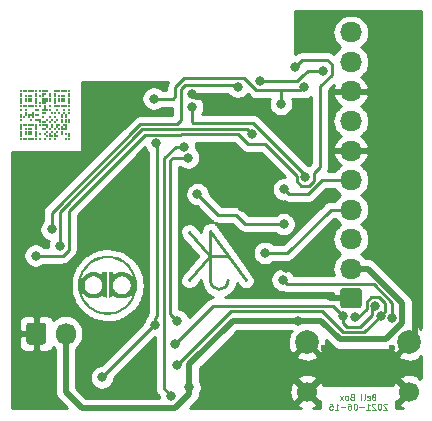
<source format=gbr>
%TF.GenerationSoftware,KiCad,Pcbnew,(5.1.9-0-10_14)*%
%TF.CreationDate,2021-06-15T12:06:41+01:00*%
%TF.ProjectId,Bell,42656c6c-2e6b-4696-9361-645f70636258,1*%
%TF.SameCoordinates,Original*%
%TF.FileFunction,Copper,L2,Bot*%
%TF.FilePolarity,Positive*%
%FSLAX46Y46*%
G04 Gerber Fmt 4.6, Leading zero omitted, Abs format (unit mm)*
G04 Created by KiCad (PCBNEW (5.1.9-0-10_14)) date 2021-06-15 12:06:41*
%MOMM*%
%LPD*%
G01*
G04 APERTURE LIST*
%TA.AperFunction,NonConductor*%
%ADD10C,0.080000*%
%TD*%
%TA.AperFunction,EtchedComponent*%
%ADD11C,0.250000*%
%TD*%
%TA.AperFunction,SMDPad,CuDef*%
%ADD12R,0.200000X0.200000*%
%TD*%
%TA.AperFunction,ComponentPad*%
%ADD13O,1.850000X1.700000*%
%TD*%
%TA.AperFunction,SMDPad,CuDef*%
%ADD14C,0.100000*%
%TD*%
%TA.AperFunction,ComponentPad*%
%ADD15C,0.350000*%
%TD*%
%TA.AperFunction,ComponentPad*%
%ADD16O,1.700000X1.850000*%
%TD*%
%TA.AperFunction,ComponentPad*%
%ADD17C,1.700000*%
%TD*%
%TA.AperFunction,ComponentPad*%
%ADD18C,2.000000*%
%TD*%
%TA.AperFunction,ComponentPad*%
%ADD19C,0.600000*%
%TD*%
%TA.AperFunction,ViaPad*%
%ADD20C,0.800000*%
%TD*%
%TA.AperFunction,Conductor*%
%ADD21C,0.250000*%
%TD*%
%TA.AperFunction,Conductor*%
%ADD22C,0.500000*%
%TD*%
%TA.AperFunction,Conductor*%
%ADD23C,0.254000*%
%TD*%
%TA.AperFunction,Conductor*%
%ADD24C,0.100000*%
%TD*%
G04 APERTURE END LIST*
D10*
X103309523Y-66349285D02*
X103238095Y-66373095D01*
X103214285Y-66396904D01*
X103190476Y-66444523D01*
X103190476Y-66515952D01*
X103214285Y-66563571D01*
X103238095Y-66587380D01*
X103285714Y-66611190D01*
X103476190Y-66611190D01*
X103476190Y-66111190D01*
X103309523Y-66111190D01*
X103261904Y-66135000D01*
X103238095Y-66158809D01*
X103214285Y-66206428D01*
X103214285Y-66254047D01*
X103238095Y-66301666D01*
X103261904Y-66325476D01*
X103309523Y-66349285D01*
X103476190Y-66349285D01*
X102785714Y-66587380D02*
X102833333Y-66611190D01*
X102928571Y-66611190D01*
X102976190Y-66587380D01*
X103000000Y-66539761D01*
X103000000Y-66349285D01*
X102976190Y-66301666D01*
X102928571Y-66277857D01*
X102833333Y-66277857D01*
X102785714Y-66301666D01*
X102761904Y-66349285D01*
X102761904Y-66396904D01*
X103000000Y-66444523D01*
X102476190Y-66611190D02*
X102523809Y-66587380D01*
X102547619Y-66539761D01*
X102547619Y-66111190D01*
X102214285Y-66611190D02*
X102261904Y-66587380D01*
X102285714Y-66539761D01*
X102285714Y-66111190D01*
X101476190Y-66349285D02*
X101404761Y-66373095D01*
X101380952Y-66396904D01*
X101357142Y-66444523D01*
X101357142Y-66515952D01*
X101380952Y-66563571D01*
X101404761Y-66587380D01*
X101452380Y-66611190D01*
X101642857Y-66611190D01*
X101642857Y-66111190D01*
X101476190Y-66111190D01*
X101428571Y-66135000D01*
X101404761Y-66158809D01*
X101380952Y-66206428D01*
X101380952Y-66254047D01*
X101404761Y-66301666D01*
X101428571Y-66325476D01*
X101476190Y-66349285D01*
X101642857Y-66349285D01*
X101071428Y-66611190D02*
X101119047Y-66587380D01*
X101142857Y-66563571D01*
X101166666Y-66515952D01*
X101166666Y-66373095D01*
X101142857Y-66325476D01*
X101119047Y-66301666D01*
X101071428Y-66277857D01*
X101000000Y-66277857D01*
X100952380Y-66301666D01*
X100928571Y-66325476D01*
X100904761Y-66373095D01*
X100904761Y-66515952D01*
X100928571Y-66563571D01*
X100952380Y-66587380D01*
X101000000Y-66611190D01*
X101071428Y-66611190D01*
X100738095Y-66611190D02*
X100476190Y-66277857D01*
X100738095Y-66277857D02*
X100476190Y-66611190D01*
X104428571Y-66988809D02*
X104404761Y-66965000D01*
X104357142Y-66941190D01*
X104238095Y-66941190D01*
X104190476Y-66965000D01*
X104166666Y-66988809D01*
X104142857Y-67036428D01*
X104142857Y-67084047D01*
X104166666Y-67155476D01*
X104452380Y-67441190D01*
X104142857Y-67441190D01*
X103833333Y-66941190D02*
X103785714Y-66941190D01*
X103738095Y-66965000D01*
X103714285Y-66988809D01*
X103690476Y-67036428D01*
X103666666Y-67131666D01*
X103666666Y-67250714D01*
X103690476Y-67345952D01*
X103714285Y-67393571D01*
X103738095Y-67417380D01*
X103785714Y-67441190D01*
X103833333Y-67441190D01*
X103880952Y-67417380D01*
X103904761Y-67393571D01*
X103928571Y-67345952D01*
X103952380Y-67250714D01*
X103952380Y-67131666D01*
X103928571Y-67036428D01*
X103904761Y-66988809D01*
X103880952Y-66965000D01*
X103833333Y-66941190D01*
X103476190Y-66988809D02*
X103452380Y-66965000D01*
X103404761Y-66941190D01*
X103285714Y-66941190D01*
X103238095Y-66965000D01*
X103214285Y-66988809D01*
X103190476Y-67036428D01*
X103190476Y-67084047D01*
X103214285Y-67155476D01*
X103500000Y-67441190D01*
X103190476Y-67441190D01*
X102714285Y-67441190D02*
X103000000Y-67441190D01*
X102857142Y-67441190D02*
X102857142Y-66941190D01*
X102904761Y-67012619D01*
X102952380Y-67060238D01*
X103000000Y-67084047D01*
X102500000Y-67250714D02*
X102119047Y-67250714D01*
X101785714Y-66941190D02*
X101738095Y-66941190D01*
X101690476Y-66965000D01*
X101666666Y-66988809D01*
X101642857Y-67036428D01*
X101619047Y-67131666D01*
X101619047Y-67250714D01*
X101642857Y-67345952D01*
X101666666Y-67393571D01*
X101690476Y-67417380D01*
X101738095Y-67441190D01*
X101785714Y-67441190D01*
X101833333Y-67417380D01*
X101857142Y-67393571D01*
X101880952Y-67345952D01*
X101904761Y-67250714D01*
X101904761Y-67131666D01*
X101880952Y-67036428D01*
X101857142Y-66988809D01*
X101833333Y-66965000D01*
X101785714Y-66941190D01*
X101190476Y-66941190D02*
X101285714Y-66941190D01*
X101333333Y-66965000D01*
X101357142Y-66988809D01*
X101404761Y-67060238D01*
X101428571Y-67155476D01*
X101428571Y-67345952D01*
X101404761Y-67393571D01*
X101380952Y-67417380D01*
X101333333Y-67441190D01*
X101238095Y-67441190D01*
X101190476Y-67417380D01*
X101166666Y-67393571D01*
X101142857Y-67345952D01*
X101142857Y-67226904D01*
X101166666Y-67179285D01*
X101190476Y-67155476D01*
X101238095Y-67131666D01*
X101333333Y-67131666D01*
X101380952Y-67155476D01*
X101404761Y-67179285D01*
X101428571Y-67226904D01*
X100928571Y-67250714D02*
X100547619Y-67250714D01*
X100047619Y-67441190D02*
X100333333Y-67441190D01*
X100190476Y-67441190D02*
X100190476Y-66941190D01*
X100238095Y-67012619D01*
X100285714Y-67060238D01*
X100333333Y-67084047D01*
X99595238Y-66941190D02*
X99833333Y-66941190D01*
X99857142Y-67179285D01*
X99833333Y-67155476D01*
X99785714Y-67131666D01*
X99666666Y-67131666D01*
X99619047Y-67155476D01*
X99595238Y-67179285D01*
X99571428Y-67226904D01*
X99571428Y-67345952D01*
X99595238Y-67393571D01*
X99619047Y-67417380D01*
X99666666Y-67441190D01*
X99785714Y-67441190D01*
X99833333Y-67417380D01*
X99857142Y-67393571D01*
D11*
%TO.C,AJK1*%
X89500000Y-54400000D02*
X87700000Y-56500000D01*
X87700000Y-52400000D02*
X89500000Y-54400000D01*
X89500000Y-52300000D02*
X92500000Y-56500000D01*
X89500000Y-52300000D02*
X89500000Y-56500000D01*
X89500000Y-54400000D02*
X91000000Y-54400000D01*
X89500000Y-56500000D02*
G75*
G03*
X91000000Y-56500000I750000J0D01*
G01*
%TD*%
D12*
%TO.P,U3,~*%
%TO.N,N/C*%
X77500000Y-44500000D03*
X77300000Y-44500000D03*
X76300000Y-44500000D03*
X75900000Y-44500000D03*
X75500000Y-44500000D03*
X75100000Y-44500000D03*
X74700000Y-44500000D03*
X74500000Y-44500000D03*
X74300000Y-44500000D03*
X74100000Y-44500000D03*
X73900000Y-44500000D03*
X73700000Y-44500000D03*
X73500000Y-44500000D03*
X77500000Y-44300000D03*
X76500000Y-44300000D03*
X76300000Y-44300000D03*
X76100000Y-44300000D03*
X75900000Y-44300000D03*
X75700000Y-44300000D03*
X74700000Y-44300000D03*
X73500000Y-44300000D03*
X77500000Y-44100000D03*
X77300000Y-44100000D03*
X76900000Y-44100000D03*
X76300000Y-44100000D03*
X75900000Y-44100000D03*
X75500000Y-44100000D03*
X75100000Y-44100000D03*
X74700000Y-44100000D03*
X74300000Y-44100000D03*
X74100000Y-44100000D03*
X73900000Y-44100000D03*
X73500000Y-44100000D03*
X76900000Y-43900000D03*
X76500000Y-43900000D03*
X76100000Y-43900000D03*
X75700000Y-43900000D03*
X74700000Y-43900000D03*
X74300000Y-43900000D03*
X74100000Y-43900000D03*
X73900000Y-43900000D03*
X73500000Y-43900000D03*
X77300000Y-43700000D03*
X77100000Y-43700000D03*
X76900000Y-43700000D03*
X76700000Y-43700000D03*
X76300000Y-43700000D03*
X75900000Y-43700000D03*
X75500000Y-43700000D03*
X75300000Y-43700000D03*
X74700000Y-43700000D03*
X74300000Y-43700000D03*
X74100000Y-43700000D03*
X73900000Y-43700000D03*
X73500000Y-43700000D03*
X77300000Y-43500000D03*
X76900000Y-43500000D03*
X76500000Y-43500000D03*
X76100000Y-43500000D03*
X75700000Y-43500000D03*
X74700000Y-43500000D03*
X73500000Y-43500000D03*
X77300000Y-43300000D03*
X77100000Y-43300000D03*
X76700000Y-43300000D03*
X76500000Y-43300000D03*
X76100000Y-43300000D03*
X75700000Y-43300000D03*
X75500000Y-43300000D03*
X75300000Y-43300000D03*
X75100000Y-43300000D03*
X74700000Y-43300000D03*
X74500000Y-43300000D03*
X74300000Y-43300000D03*
X74100000Y-43300000D03*
X73900000Y-43300000D03*
X73700000Y-43300000D03*
X73500000Y-43300000D03*
X77500000Y-43100000D03*
X77300000Y-43100000D03*
X76900000Y-43100000D03*
X76300000Y-43100000D03*
X75900000Y-43100000D03*
X75500000Y-43100000D03*
X75300000Y-43100000D03*
X75100000Y-43100000D03*
X77500000Y-42900000D03*
X77300000Y-42900000D03*
X76900000Y-42900000D03*
X76500000Y-42900000D03*
X76100000Y-42900000D03*
X75700000Y-42900000D03*
X75100000Y-42900000D03*
X74900000Y-42900000D03*
X74700000Y-42900000D03*
X74300000Y-42900000D03*
X73500000Y-42900000D03*
X77300000Y-42700000D03*
X76900000Y-42700000D03*
X76300000Y-42700000D03*
X75900000Y-42700000D03*
X75300000Y-42700000D03*
X74500000Y-42700000D03*
X74100000Y-42700000D03*
X73700000Y-42700000D03*
X73500000Y-42700000D03*
X77300000Y-42500000D03*
X76900000Y-42500000D03*
X74900000Y-42500000D03*
X74700000Y-42500000D03*
X74500000Y-42500000D03*
X74300000Y-42500000D03*
X74100000Y-42500000D03*
X73900000Y-42500000D03*
X73500000Y-42500000D03*
X77500000Y-42300000D03*
X77100000Y-42300000D03*
X76700000Y-42300000D03*
X76300000Y-42300000D03*
X76100000Y-42300000D03*
X75500000Y-42300000D03*
X75300000Y-42300000D03*
X74500000Y-42300000D03*
X73900000Y-42300000D03*
X77500000Y-42100000D03*
X77100000Y-42100000D03*
X76500000Y-42100000D03*
X75900000Y-42100000D03*
X75700000Y-42100000D03*
X75500000Y-42100000D03*
X75300000Y-42100000D03*
X74900000Y-42100000D03*
X74700000Y-42100000D03*
X73900000Y-42100000D03*
X73500000Y-42100000D03*
X75500000Y-41900000D03*
X77500000Y-41700000D03*
X77300000Y-41700000D03*
X77100000Y-41700000D03*
X76900000Y-41700000D03*
X76700000Y-41700000D03*
X76500000Y-41700000D03*
X76300000Y-41700000D03*
X75900000Y-41700000D03*
X75500000Y-41700000D03*
X75100000Y-41700000D03*
X74700000Y-41700000D03*
X74500000Y-41700000D03*
X74300000Y-41700000D03*
X74100000Y-41700000D03*
X73900000Y-41700000D03*
X73700000Y-41700000D03*
X73500000Y-41700000D03*
X77500000Y-41500000D03*
X76300000Y-41500000D03*
X75500000Y-41500000D03*
X75300000Y-41500000D03*
X75100000Y-41500000D03*
X74700000Y-41500000D03*
X73500000Y-41500000D03*
X77500000Y-41300000D03*
X77100000Y-41300000D03*
X76900000Y-41300000D03*
X76700000Y-41300000D03*
X76300000Y-41300000D03*
X75900000Y-41300000D03*
X75700000Y-41300000D03*
X75500000Y-41300000D03*
X75300000Y-41300000D03*
X74700000Y-41300000D03*
X74300000Y-41300000D03*
X74100000Y-41300000D03*
X73900000Y-41300000D03*
X73500000Y-41300000D03*
X77500000Y-41100000D03*
X77100000Y-41100000D03*
X76900000Y-41100000D03*
X76700000Y-41100000D03*
X76300000Y-41100000D03*
X75900000Y-41100000D03*
X75700000Y-41100000D03*
X75500000Y-41100000D03*
X75300000Y-41100000D03*
X74700000Y-41100000D03*
X74300000Y-41100000D03*
X74100000Y-41100000D03*
X73900000Y-41100000D03*
X73500000Y-41100000D03*
X77500000Y-40900000D03*
X77100000Y-40900000D03*
X76900000Y-40900000D03*
X76700000Y-40900000D03*
X76300000Y-40900000D03*
X75900000Y-40900000D03*
X75300000Y-40900000D03*
X75100000Y-40900000D03*
X74700000Y-40900000D03*
X74300000Y-40900000D03*
X74100000Y-40900000D03*
X73900000Y-40900000D03*
X73500000Y-40900000D03*
X77500000Y-40700000D03*
X76300000Y-40700000D03*
X75900000Y-40700000D03*
X75500000Y-40700000D03*
X75300000Y-40700000D03*
X74700000Y-40700000D03*
X73500000Y-40700000D03*
X77500000Y-40500000D03*
X77300000Y-40500000D03*
X77100000Y-40500000D03*
X76900000Y-40500000D03*
X76700000Y-40500000D03*
X76500000Y-40500000D03*
X76300000Y-40500000D03*
X75700000Y-40500000D03*
X75500000Y-40500000D03*
X75300000Y-40500000D03*
X75100000Y-40500000D03*
X74700000Y-40500000D03*
X74500000Y-40500000D03*
X74300000Y-40500000D03*
X74100000Y-40500000D03*
X73900000Y-40500000D03*
X73700000Y-40500000D03*
X73500000Y-40500000D03*
%TD*%
D13*
%TO.P,J2,10*%
%TO.N,~BACKLIGHT*%
X101400000Y-35500000D03*
%TO.P,J2,9*%
%TO.N,T*%
X101400000Y-38000000D03*
%TO.P,J2,8*%
%TO.N,GND*%
X101400000Y-40500000D03*
%TO.P,J2,7*%
%TO.N,FAULT*%
X101400000Y-43000000D03*
%TO.P,J2,6*%
%TO.N,GND*%
X101400000Y-45500000D03*
%TO.P,J2,5*%
%TO.N,ENGHOLD*%
X101400000Y-48000000D03*
%TO.P,J2,4*%
%TO.N,STB*%
X101400000Y-50500000D03*
%TO.P,J2,3*%
%TO.N,BELL*%
X101400000Y-53000000D03*
%TO.P,J2,2*%
%TO.N,+12V*%
X101400000Y-55500000D03*
%TO.P,J2,1*%
%TO.N,GND*%
%TA.AperFunction,ComponentPad*%
G36*
G01*
X102075000Y-58850000D02*
X100725000Y-58850000D01*
G75*
G02*
X100475000Y-58600000I0J250000D01*
G01*
X100475000Y-57400000D01*
G75*
G02*
X100725000Y-57150000I250000J0D01*
G01*
X102075000Y-57150000D01*
G75*
G02*
X102325000Y-57400000I0J-250000D01*
G01*
X102325000Y-58600000D01*
G75*
G02*
X102075000Y-58850000I-250000J0D01*
G01*
G37*
%TD.AperFunction*%
%TD*%
%TA.AperFunction,SMDPad,CuDef*%
D14*
%TO.P,U4,1*%
%TO.N,N/C*%
G36*
X80785327Y-59398918D02*
G01*
X80775702Y-59397003D01*
X80775656Y-59396989D01*
X80677331Y-59396989D01*
X80433174Y-59372941D01*
X80192550Y-59325078D01*
X79957775Y-59253860D01*
X79731112Y-59159973D01*
X79514743Y-59044322D01*
X79310752Y-58908019D01*
X79121103Y-58752378D01*
X78947622Y-58578897D01*
X78791981Y-58389248D01*
X78655678Y-58185257D01*
X78540027Y-57968888D01*
X78446140Y-57742225D01*
X78374922Y-57507450D01*
X78327059Y-57266826D01*
X78303011Y-57022669D01*
X78303011Y-56777331D01*
X78327059Y-56533174D01*
X78374922Y-56292550D01*
X78446140Y-56057775D01*
X78540027Y-55831112D01*
X78655678Y-55614743D01*
X78791981Y-55410752D01*
X78947622Y-55221103D01*
X79121103Y-55047622D01*
X79310752Y-54891981D01*
X79514743Y-54755678D01*
X79731112Y-54640027D01*
X79957775Y-54546140D01*
X80192550Y-54474922D01*
X80433174Y-54427059D01*
X80677331Y-54403011D01*
X80922669Y-54403011D01*
X81166826Y-54427059D01*
X81407450Y-54474922D01*
X81642225Y-54546140D01*
X81868888Y-54640027D01*
X82085257Y-54755678D01*
X82289248Y-54891981D01*
X82478897Y-55047622D01*
X82652378Y-55221103D01*
X82808019Y-55410752D01*
X82944322Y-55614743D01*
X83059973Y-55831112D01*
X83153860Y-56057775D01*
X83225078Y-56292550D01*
X83272941Y-56533174D01*
X83296989Y-56777331D01*
X83296989Y-56936801D01*
X82749097Y-56936801D01*
X82749097Y-56863199D01*
X82741882Y-56789952D01*
X82727523Y-56717765D01*
X82706158Y-56647333D01*
X82677992Y-56579334D01*
X82643296Y-56514423D01*
X82602406Y-56453226D01*
X82555713Y-56396331D01*
X82503669Y-56344287D01*
X82446774Y-56297594D01*
X82385577Y-56256704D01*
X82320666Y-56222008D01*
X82252667Y-56193842D01*
X82182235Y-56172477D01*
X82110048Y-56158118D01*
X82036801Y-56150903D01*
X81963199Y-56150903D01*
X81889952Y-56158118D01*
X81817765Y-56172477D01*
X81747333Y-56193842D01*
X81679334Y-56222008D01*
X81614423Y-56256704D01*
X81553226Y-56297594D01*
X81496331Y-56344287D01*
X81444287Y-56396331D01*
X81397594Y-56453226D01*
X81356704Y-56514423D01*
X81322008Y-56579334D01*
X81293842Y-56647333D01*
X81272477Y-56717765D01*
X81258118Y-56789952D01*
X81250903Y-56863199D01*
X81250903Y-56936801D01*
X81258118Y-57010048D01*
X81272477Y-57082235D01*
X81293842Y-57152667D01*
X81322008Y-57220666D01*
X81356704Y-57285577D01*
X81397594Y-57346774D01*
X81444287Y-57403669D01*
X81496331Y-57455713D01*
X81553226Y-57502406D01*
X81614423Y-57543296D01*
X81679334Y-57577992D01*
X81747333Y-57606158D01*
X81817765Y-57627523D01*
X81889952Y-57641882D01*
X81963199Y-57649097D01*
X82036801Y-57649097D01*
X82110048Y-57641882D01*
X82182235Y-57627523D01*
X82252667Y-57606158D01*
X82320666Y-57577992D01*
X82385577Y-57543296D01*
X82446774Y-57502406D01*
X82503669Y-57455713D01*
X82555713Y-57403669D01*
X82602406Y-57346774D01*
X82643296Y-57285577D01*
X82677992Y-57220666D01*
X82706158Y-57152667D01*
X82727523Y-57082235D01*
X82741882Y-57010048D01*
X82749097Y-56936801D01*
X83296989Y-56936801D01*
X83296989Y-57022669D01*
X83277406Y-57221499D01*
X83076680Y-57221499D01*
X83059237Y-57279001D01*
X83016988Y-57380999D01*
X82964945Y-57478366D01*
X82903608Y-57570162D01*
X82833570Y-57655504D01*
X82755504Y-57733570D01*
X82670162Y-57803608D01*
X82578366Y-57864945D01*
X82480999Y-57916988D01*
X82379001Y-57959237D01*
X82273353Y-57991285D01*
X82165072Y-58012824D01*
X82055201Y-58023645D01*
X81944799Y-58023645D01*
X81834928Y-58012824D01*
X81726647Y-57991285D01*
X81620999Y-57959237D01*
X81519001Y-57916988D01*
X81421634Y-57864945D01*
X81329838Y-57803608D01*
X81250000Y-57738087D01*
X81250000Y-57825000D01*
X80875000Y-58000000D01*
X80875000Y-55800000D01*
X81250000Y-55800000D01*
X81250000Y-56061913D01*
X81329838Y-55996392D01*
X81421634Y-55935055D01*
X81519001Y-55883012D01*
X81620999Y-55840763D01*
X81726647Y-55808715D01*
X81834928Y-55787176D01*
X81944799Y-55776355D01*
X82055201Y-55776355D01*
X82165072Y-55787176D01*
X82273353Y-55808715D01*
X82379001Y-55840763D01*
X82480999Y-55883012D01*
X82578366Y-55935055D01*
X82670162Y-55996392D01*
X82755504Y-56066430D01*
X82833570Y-56144496D01*
X82903608Y-56229838D01*
X82964945Y-56321634D01*
X83016988Y-56419001D01*
X83059237Y-56520999D01*
X83076680Y-56578501D01*
X83075106Y-56562520D01*
X83031072Y-56341146D01*
X82965551Y-56125153D01*
X82879175Y-55916623D01*
X82772776Y-55717564D01*
X82647377Y-55529892D01*
X82504188Y-55355414D01*
X82344586Y-55195812D01*
X82170108Y-55052623D01*
X81982436Y-54927224D01*
X81783377Y-54820825D01*
X81574847Y-54734449D01*
X81358854Y-54668928D01*
X81137480Y-54624894D01*
X80912856Y-54602770D01*
X80687144Y-54602770D01*
X80462520Y-54624894D01*
X80241146Y-54668928D01*
X80025153Y-54734449D01*
X79816623Y-54820825D01*
X79617564Y-54927224D01*
X79429892Y-55052623D01*
X79255414Y-55195812D01*
X79095812Y-55355414D01*
X78952623Y-55529892D01*
X78827224Y-55717564D01*
X78720825Y-55916623D01*
X78634449Y-56125153D01*
X78568928Y-56341146D01*
X78524894Y-56562520D01*
X78523320Y-56578501D01*
X78540763Y-56520999D01*
X78583012Y-56419001D01*
X78635055Y-56321634D01*
X78696392Y-56229838D01*
X78766430Y-56144496D01*
X78844496Y-56066430D01*
X78929838Y-55996392D01*
X79021634Y-55935055D01*
X79119001Y-55883012D01*
X79220999Y-55840763D01*
X79326647Y-55808715D01*
X79434928Y-55787176D01*
X79544799Y-55776355D01*
X79655201Y-55776355D01*
X79765072Y-55787176D01*
X79873353Y-55808715D01*
X79979001Y-55840763D01*
X80080999Y-55883012D01*
X80178366Y-55935055D01*
X80270162Y-55996392D01*
X80350000Y-56061913D01*
X80350000Y-55800000D01*
X80725000Y-55800000D01*
X80725000Y-56936801D01*
X80349097Y-56936801D01*
X80349097Y-56863199D01*
X80341882Y-56789952D01*
X80327523Y-56717765D01*
X80306158Y-56647333D01*
X80277992Y-56579334D01*
X80243296Y-56514423D01*
X80202406Y-56453226D01*
X80155713Y-56396331D01*
X80103669Y-56344287D01*
X80046774Y-56297594D01*
X79985577Y-56256704D01*
X79920666Y-56222008D01*
X79852667Y-56193842D01*
X79782235Y-56172477D01*
X79710048Y-56158118D01*
X79636801Y-56150903D01*
X79563199Y-56150903D01*
X79489952Y-56158118D01*
X79417765Y-56172477D01*
X79347333Y-56193842D01*
X79279334Y-56222008D01*
X79214423Y-56256704D01*
X79153226Y-56297594D01*
X79096331Y-56344287D01*
X79044287Y-56396331D01*
X78997594Y-56453226D01*
X78956704Y-56514423D01*
X78922008Y-56579334D01*
X78893842Y-56647333D01*
X78872477Y-56717765D01*
X78858118Y-56789952D01*
X78850903Y-56863199D01*
X78850903Y-56936801D01*
X78858118Y-57010048D01*
X78872477Y-57082235D01*
X78893842Y-57152667D01*
X78922008Y-57220666D01*
X78956704Y-57285577D01*
X78997594Y-57346774D01*
X79044287Y-57403669D01*
X79096331Y-57455713D01*
X79153226Y-57502406D01*
X79214423Y-57543296D01*
X79279334Y-57577992D01*
X79347333Y-57606158D01*
X79417765Y-57627523D01*
X79489952Y-57641882D01*
X79563199Y-57649097D01*
X79636801Y-57649097D01*
X79710048Y-57641882D01*
X79782235Y-57627523D01*
X79852667Y-57606158D01*
X79920666Y-57577992D01*
X79985577Y-57543296D01*
X80046774Y-57502406D01*
X80103669Y-57455713D01*
X80155713Y-57403669D01*
X80202406Y-57346774D01*
X80243296Y-57285577D01*
X80277992Y-57220666D01*
X80306158Y-57152667D01*
X80327523Y-57082235D01*
X80341882Y-57010048D01*
X80349097Y-56936801D01*
X80725000Y-56936801D01*
X80725000Y-58000000D01*
X80350000Y-57825000D01*
X80350000Y-57738087D01*
X80270162Y-57803608D01*
X80178366Y-57864945D01*
X80080999Y-57916988D01*
X79979001Y-57959237D01*
X79873353Y-57991285D01*
X79765072Y-58012824D01*
X79655201Y-58023645D01*
X79544799Y-58023645D01*
X79434928Y-58012824D01*
X79326647Y-57991285D01*
X79220999Y-57959237D01*
X79119001Y-57916988D01*
X79021634Y-57864945D01*
X78929838Y-57803608D01*
X78844496Y-57733570D01*
X78766430Y-57655504D01*
X78696392Y-57570162D01*
X78635055Y-57478366D01*
X78583012Y-57380999D01*
X78540763Y-57279001D01*
X78523320Y-57221499D01*
X78524894Y-57237480D01*
X78568928Y-57458854D01*
X78634449Y-57674847D01*
X78720825Y-57883377D01*
X78827224Y-58082436D01*
X78952623Y-58270108D01*
X79095812Y-58444586D01*
X79255414Y-58604188D01*
X79429892Y-58747377D01*
X79617564Y-58872776D01*
X79816623Y-58979175D01*
X80025153Y-59065551D01*
X80241146Y-59131072D01*
X80462520Y-59175106D01*
X80687144Y-59197230D01*
X80912856Y-59197230D01*
X81137480Y-59175106D01*
X81358854Y-59131072D01*
X81574847Y-59065551D01*
X81783377Y-58979175D01*
X81982436Y-58872776D01*
X82170108Y-58747377D01*
X82344586Y-58604188D01*
X82504188Y-58444586D01*
X82647377Y-58270108D01*
X82772776Y-58082436D01*
X82879175Y-57883377D01*
X82965551Y-57674847D01*
X83031072Y-57458854D01*
X83075106Y-57237480D01*
X83076680Y-57221499D01*
X83277406Y-57221499D01*
X83272941Y-57266826D01*
X83225078Y-57507450D01*
X83153860Y-57742225D01*
X83059973Y-57968888D01*
X82944322Y-58185257D01*
X82808019Y-58389248D01*
X82652378Y-58578897D01*
X82478897Y-58752378D01*
X82289248Y-58908019D01*
X82085257Y-59044322D01*
X81868888Y-59159973D01*
X81642225Y-59253860D01*
X81407450Y-59325078D01*
X81166826Y-59372941D01*
X80922669Y-59396989D01*
X80824344Y-59396989D01*
X80824298Y-59397003D01*
X80814673Y-59398918D01*
X80804907Y-59399880D01*
X80795093Y-59399880D01*
X80785327Y-59398918D01*
G37*
%TD.AperFunction*%
%TD*%
D15*
%TO.P,U2,21*%
%TO.N,GND*%
X83500000Y-63500000D03*
%TD*%
D16*
%TO.P,J4,2*%
%TO.N,+12V*%
X77250000Y-61000000D03*
%TO.P,J4,1*%
%TO.N,GND*%
%TA.AperFunction,ComponentPad*%
G36*
G01*
X73900000Y-61675000D02*
X73900000Y-60325000D01*
G75*
G02*
X74150000Y-60075000I250000J0D01*
G01*
X75350000Y-60075000D01*
G75*
G02*
X75600000Y-60325000I0J-250000D01*
G01*
X75600000Y-61675000D01*
G75*
G02*
X75350000Y-61925000I-250000J0D01*
G01*
X74150000Y-61925000D01*
G75*
G02*
X73900000Y-61675000I0J250000D01*
G01*
G37*
%TD.AperFunction*%
%TD*%
D17*
%TO.P,J1,S1*%
%TO.N,GND*%
X106325000Y-65910000D03*
X97675000Y-65910000D03*
D18*
X106325000Y-61730000D03*
X97675000Y-61730000D03*
D19*
X104890000Y-62210000D03*
X99110000Y-62210000D03*
%TD*%
D20*
%TO.N,GND*%
X95800000Y-50100000D03*
X74700000Y-58100000D03*
X95600000Y-43000000D03*
X87922741Y-40683173D03*
X92200000Y-50300000D03*
X88100000Y-51300000D03*
X95889595Y-55486684D03*
X92200000Y-54200000D03*
X82400000Y-50600000D03*
%TO.N,+3V3*%
X95475011Y-41549984D03*
X84700000Y-41100000D03*
X80300000Y-64700000D03*
X84834714Y-60269251D03*
X84911714Y-44888618D03*
X97399990Y-40116222D03*
%TO.N,+12V*%
X96900000Y-59900000D03*
X87724784Y-65532188D03*
%TO.N,Net-(J1-PadB5)*%
X95616450Y-56448669D03*
X104892288Y-59671745D03*
%TO.N,D-*%
X86500000Y-61900000D03*
X100702978Y-59522728D03*
X103443971Y-58631989D03*
%TO.N,D+*%
X86700000Y-63700000D03*
X101700000Y-59600000D03*
X103903841Y-59519989D03*
%TO.N,OUT1*%
X95695088Y-51721598D03*
X88400000Y-49200000D03*
%TO.N,LED*%
X74700000Y-54400000D03*
X96701278Y-38400858D03*
%TO.N,OUT4*%
X97524988Y-47749989D03*
X87952088Y-41825010D03*
%TO.N,O*%
X86174990Y-66253159D03*
X87257441Y-45162007D03*
%TO.N,I*%
X86700000Y-59900000D03*
X87616592Y-46095300D03*
%TO.N,IN2*%
X76047044Y-52179378D03*
X91822501Y-40100020D03*
%TO.N,IN1*%
X93000000Y-44100000D03*
X76772054Y-53542822D03*
%TO.N,FAULT*%
X93675321Y-39650002D03*
X99051312Y-38725010D03*
%TO.N,ENGHOLD*%
X95733642Y-48781388D03*
%TO.N,STB*%
X94100000Y-54174990D03*
%TD*%
D21*
%TO.N,GND*%
X74700000Y-60950000D02*
X74750000Y-61000000D01*
X74700000Y-58100000D02*
X74700000Y-60950000D01*
X92700000Y-49800000D02*
X95500000Y-49800000D01*
X95500000Y-49800000D02*
X95800000Y-50100000D01*
X92200000Y-50300000D02*
X92700000Y-49800000D01*
D22*
X106325000Y-61730000D02*
X106370000Y-61730000D01*
X106370000Y-61730000D02*
X106800000Y-61300000D01*
X106800000Y-61300000D02*
X106800000Y-59300000D01*
X95802911Y-55400000D02*
X95889595Y-55486684D01*
X93400000Y-55400000D02*
X93700000Y-55400000D01*
X92200000Y-54200000D02*
X93400000Y-55400000D01*
X94100000Y-57000000D02*
X94100000Y-55500000D01*
X99300000Y-57700000D02*
X94800000Y-57700000D01*
X94100000Y-55500000D02*
X94200000Y-55400000D01*
X99600000Y-58000000D02*
X99300000Y-57700000D01*
X94800000Y-57700000D02*
X94100000Y-57000000D01*
X94200000Y-55400000D02*
X95802911Y-55400000D01*
X93700000Y-55400000D02*
X94200000Y-55400000D01*
X94400000Y-43000000D02*
X95600000Y-43000000D01*
X90400000Y-41000000D02*
X91150000Y-41750000D01*
X93150000Y-41750000D02*
X94400000Y-43000000D01*
X91150000Y-41750000D02*
X93150000Y-41750000D01*
X88239568Y-41000000D02*
X90400000Y-41000000D01*
X87922741Y-40683173D02*
X88239568Y-41000000D01*
X99600000Y-58000000D02*
X101400000Y-58000000D01*
D21*
%TO.N,+3V3*%
X80300000Y-64700000D02*
X84906048Y-60093952D01*
X84834714Y-60269251D02*
X84834714Y-59703566D01*
X85000000Y-59538280D02*
X85000000Y-44976904D01*
X84834714Y-59703566D02*
X85000000Y-59538280D01*
X85000000Y-44976904D02*
X84911714Y-44888618D01*
X86531795Y-40868205D02*
X86531795Y-40131795D01*
X87288580Y-39375010D02*
X92375010Y-39375010D01*
X86531795Y-40131795D02*
X87288580Y-39375010D01*
X86300000Y-41100000D02*
X86531795Y-40868205D01*
X84700000Y-41100000D02*
X86300000Y-41100000D01*
X92375010Y-39375010D02*
X93400000Y-40400000D01*
X95475011Y-40424989D02*
X95500000Y-40400000D01*
X95475011Y-41549984D02*
X95475011Y-40424989D01*
X93400000Y-40400000D02*
X95500000Y-40400000D01*
X95500000Y-40400000D02*
X97116212Y-40400000D01*
X97116212Y-40400000D02*
X97399990Y-40116222D01*
D22*
%TO.N,+12V*%
X87724784Y-66097873D02*
X87724784Y-65532188D01*
X86522657Y-67300000D02*
X87724784Y-66097873D01*
X77250000Y-61000000D02*
X77250000Y-65950000D01*
X77250000Y-65950000D02*
X78600000Y-67300000D01*
X78600000Y-67300000D02*
X86522657Y-67300000D01*
X87724784Y-65532188D02*
X87724784Y-63575216D01*
X91400000Y-59900000D02*
X96900000Y-59900000D01*
X87724784Y-63575216D02*
X91400000Y-59900000D01*
X104336648Y-61474704D02*
X100474704Y-61474704D01*
X105742290Y-60069062D02*
X104336648Y-61474704D01*
X98900000Y-59900000D02*
X96900000Y-59900000D01*
X100474704Y-61474704D02*
X98900000Y-59900000D01*
X101400000Y-55500000D02*
X102825000Y-55500000D01*
X102825000Y-55500000D02*
X105742290Y-58417290D01*
X105742290Y-58417290D02*
X105742290Y-60069062D01*
D21*
%TO.N,Net-(J1-PadB5)*%
X95616450Y-56448669D02*
X95992771Y-56824990D01*
X103322643Y-56824990D02*
X104892288Y-58394635D01*
X104892288Y-58394635D02*
X104892288Y-59671745D01*
X95992771Y-56824990D02*
X103322643Y-56824990D01*
%TO.N,D-*%
X89725021Y-58674979D02*
X99855229Y-58674979D01*
X86500000Y-61900000D02*
X89725021Y-58674979D01*
X99855229Y-58674979D02*
X100702978Y-59522728D01*
X103168940Y-59467471D02*
X103168940Y-58907020D01*
X101064247Y-60449682D02*
X102186729Y-60449682D01*
X100702978Y-59522728D02*
X100702978Y-60088413D01*
X100702978Y-60088413D02*
X101064247Y-60449682D01*
X102186729Y-60449682D02*
X103168940Y-59467471D01*
X103168940Y-58907020D02*
X103443971Y-58631989D01*
%TO.N,D+*%
X101700000Y-59600000D02*
X102000000Y-59600000D01*
X102718970Y-58881030D02*
X102718970Y-58283988D01*
X102718970Y-58283988D02*
X103095970Y-57906988D01*
X86700000Y-63700000D02*
X91275010Y-59124990D01*
X91275010Y-59124990D02*
X98938178Y-59124990D01*
X98938178Y-59124990D02*
X100712881Y-60899693D01*
X103761242Y-57900000D02*
X104303840Y-58442598D01*
X104303840Y-58442598D02*
X104303840Y-59119990D01*
X102524137Y-60899693D02*
X103903841Y-59519989D01*
X104303840Y-59119990D02*
X103903841Y-59519989D01*
X100712881Y-60899693D02*
X102524137Y-60899693D01*
X102000000Y-59600000D02*
X102718970Y-58881030D01*
X103754254Y-57906988D02*
X103761242Y-57900000D01*
X103095970Y-57906988D02*
X103754254Y-57906988D01*
%TO.N,OUT1*%
X94216697Y-51716697D02*
X92468426Y-51716697D01*
X95690187Y-51716697D02*
X95695088Y-51721598D01*
X94516697Y-51716697D02*
X95690187Y-51716697D01*
X94216697Y-51716697D02*
X94516697Y-51716697D01*
X94516697Y-51716697D02*
X95692010Y-51716697D01*
X90124135Y-50924135D02*
X88400000Y-49200000D01*
X91675865Y-50924135D02*
X90124135Y-50924135D01*
X92468426Y-51716697D02*
X91675865Y-50924135D01*
%TO.N,LED*%
X98249989Y-48097990D02*
X98249989Y-47401988D01*
X97275834Y-37826302D02*
X96701278Y-38400858D01*
X99776313Y-38203302D02*
X99399313Y-37826302D01*
X91831806Y-44131806D02*
X92656565Y-44956565D01*
X74700000Y-54400000D02*
X76994128Y-54400000D01*
X96799987Y-47661398D02*
X96799987Y-48097990D01*
X76994128Y-54400000D02*
X77497064Y-53897064D01*
X77497064Y-53897064D02*
X77497064Y-50602936D01*
X77497064Y-50602936D02*
X83936388Y-44163612D01*
X97872989Y-48474990D02*
X98249989Y-48097990D01*
X98249989Y-47401988D02*
X98775000Y-46876977D01*
X83936388Y-44163612D02*
X87009210Y-44163612D01*
X99776313Y-39073011D02*
X99776313Y-38203302D01*
X87009210Y-44163612D02*
X87041016Y-44131806D01*
X98775000Y-40074324D02*
X99776313Y-39073011D01*
X87041016Y-44131806D02*
X91831806Y-44131806D01*
X94095154Y-44956565D02*
X96799987Y-47661398D01*
X99399313Y-37826302D02*
X97275834Y-37826302D01*
X92656565Y-44956565D02*
X94095154Y-44956565D01*
X96799987Y-48097990D02*
X97176987Y-48474990D01*
X97176987Y-48474990D02*
X97872989Y-48474990D01*
X98775000Y-46876977D02*
X98775000Y-40074324D01*
%TO.N,OUT4*%
X93136501Y-43163499D02*
X88063499Y-43163499D01*
X87952088Y-43052088D02*
X87952088Y-41825010D01*
X88063499Y-43163499D02*
X87952088Y-43052088D01*
X97524988Y-47551986D02*
X93136501Y-43163499D01*
X97524988Y-47749989D02*
X97524988Y-47551986D01*
%TO.N,O*%
X86174990Y-66253159D02*
X85559724Y-65637893D01*
X85583738Y-46140276D02*
X86562007Y-45162007D01*
X85559724Y-46140276D02*
X85583738Y-46140276D01*
X86562007Y-45162007D02*
X87257441Y-45162007D01*
X85559724Y-65637893D02*
X85559724Y-46140276D01*
%TO.N,I*%
X86100000Y-46300000D02*
X86304700Y-46095300D01*
X86304700Y-46095300D02*
X87616592Y-46095300D01*
X86100000Y-59300000D02*
X86100000Y-46300000D01*
X86700000Y-59900000D02*
X86100000Y-59300000D01*
%TO.N,IN2*%
X86636410Y-43263590D02*
X87000000Y-42900000D01*
X87341837Y-39958163D02*
X87000000Y-40300000D01*
X87000000Y-42900000D02*
X87000000Y-40300000D01*
X83563590Y-43263590D02*
X76047044Y-50780134D01*
X83563590Y-43263590D02*
X86636410Y-43263590D01*
X91822501Y-40100020D02*
X91680644Y-39958163D01*
X76047044Y-50780134D02*
X76047044Y-52179378D01*
X91680644Y-39958163D02*
X87341837Y-39958163D01*
%TO.N,IN1*%
X83749988Y-43713601D02*
X86822810Y-43713601D01*
X76772054Y-53542822D02*
X76772054Y-50691535D01*
X76772054Y-50691535D02*
X83749988Y-43713601D01*
X86822810Y-43713601D02*
X86854616Y-43681795D01*
X86854616Y-43681795D02*
X92581795Y-43681795D01*
X92581795Y-43681795D02*
X93000000Y-44100000D01*
%TO.N,FAULT*%
X93675321Y-39650002D02*
X96826998Y-39650002D01*
X97038500Y-39438500D02*
X97351998Y-39125002D01*
X96826998Y-39650002D02*
X97038500Y-39438500D01*
X97751990Y-38725010D02*
X99051312Y-38725010D01*
X97038500Y-39438500D02*
X97751990Y-38725010D01*
%TO.N,ENGHOLD*%
X97803003Y-49181387D02*
X96133641Y-49181387D01*
X96133641Y-49181387D02*
X95733642Y-48781388D01*
X98984390Y-48000000D02*
X98642195Y-48342195D01*
X101400000Y-48000000D02*
X98984390Y-48000000D01*
X98642195Y-48342195D02*
X97803003Y-49181387D01*
%TO.N,STB*%
X96000010Y-54174990D02*
X94100000Y-54174990D01*
X99675000Y-50500000D02*
X96000010Y-54174990D01*
X99675000Y-50500000D02*
X101400000Y-50500000D01*
%TD*%
D23*
%TO.N,GND*%
X85896821Y-39707519D02*
X85826249Y-39839549D01*
X85817463Y-39868515D01*
X85782792Y-39982809D01*
X85771795Y-40094462D01*
X85771795Y-40094473D01*
X85768119Y-40131795D01*
X85771795Y-40169117D01*
X85771795Y-40340000D01*
X85403711Y-40340000D01*
X85359774Y-40296063D01*
X85190256Y-40182795D01*
X85001898Y-40104774D01*
X84801939Y-40065000D01*
X84598061Y-40065000D01*
X84398102Y-40104774D01*
X84209744Y-40182795D01*
X84040226Y-40296063D01*
X83896063Y-40440226D01*
X83782795Y-40609744D01*
X83704774Y-40798102D01*
X83665000Y-40998061D01*
X83665000Y-41201939D01*
X83704774Y-41401898D01*
X83782795Y-41590256D01*
X83896063Y-41759774D01*
X84040226Y-41903937D01*
X84209744Y-42017205D01*
X84398102Y-42095226D01*
X84598061Y-42135000D01*
X84801939Y-42135000D01*
X85001898Y-42095226D01*
X85190256Y-42017205D01*
X85359774Y-41903937D01*
X85403711Y-41860000D01*
X86240000Y-41860000D01*
X86240000Y-42503590D01*
X83600913Y-42503590D01*
X83563590Y-42499914D01*
X83526267Y-42503590D01*
X83526257Y-42503590D01*
X83414604Y-42514587D01*
X83271343Y-42558044D01*
X83139314Y-42628616D01*
X83023589Y-42723589D01*
X82999791Y-42752587D01*
X75536047Y-50216330D01*
X75507043Y-50240133D01*
X75451915Y-50307308D01*
X75412070Y-50355858D01*
X75359638Y-50453951D01*
X75341498Y-50487888D01*
X75298041Y-50631149D01*
X75287044Y-50742802D01*
X75287044Y-50742811D01*
X75283368Y-50780134D01*
X75287044Y-50817457D01*
X75287044Y-51475667D01*
X75243107Y-51519604D01*
X75129839Y-51689122D01*
X75051818Y-51877480D01*
X75012044Y-52077439D01*
X75012044Y-52281317D01*
X75051818Y-52481276D01*
X75129839Y-52669634D01*
X75243107Y-52839152D01*
X75387270Y-52983315D01*
X75556788Y-53096583D01*
X75745146Y-53174604D01*
X75799796Y-53185474D01*
X75776828Y-53240924D01*
X75737054Y-53440883D01*
X75737054Y-53640000D01*
X75403711Y-53640000D01*
X75359774Y-53596063D01*
X75190256Y-53482795D01*
X75001898Y-53404774D01*
X74801939Y-53365000D01*
X74598061Y-53365000D01*
X74398102Y-53404774D01*
X74209744Y-53482795D01*
X74040226Y-53596063D01*
X73896063Y-53740226D01*
X73782795Y-53909744D01*
X73704774Y-54098102D01*
X73665000Y-54298061D01*
X73665000Y-54501939D01*
X73704774Y-54701898D01*
X73782795Y-54890256D01*
X73896063Y-55059774D01*
X74040226Y-55203937D01*
X74209744Y-55317205D01*
X74398102Y-55395226D01*
X74598061Y-55435000D01*
X74801939Y-55435000D01*
X75001898Y-55395226D01*
X75190256Y-55317205D01*
X75359774Y-55203937D01*
X75403711Y-55160000D01*
X76956806Y-55160000D01*
X76994128Y-55163676D01*
X77031450Y-55160000D01*
X77031461Y-55160000D01*
X77143114Y-55149003D01*
X77286375Y-55105546D01*
X77418404Y-55034974D01*
X77534129Y-54940001D01*
X77557932Y-54910997D01*
X78008062Y-54460867D01*
X78037065Y-54437065D01*
X78107939Y-54350705D01*
X78132038Y-54321341D01*
X78202610Y-54189311D01*
X78206954Y-54174990D01*
X78246067Y-54046050D01*
X78257064Y-53934397D01*
X78257064Y-53934387D01*
X78260740Y-53897064D01*
X78257064Y-53859741D01*
X78257064Y-50917737D01*
X83936346Y-45238456D01*
X83994509Y-45378874D01*
X84107777Y-45548392D01*
X84240001Y-45680616D01*
X84240000Y-59230234D01*
X84199740Y-59279290D01*
X84160851Y-59352046D01*
X84129168Y-59411319D01*
X84085727Y-59554527D01*
X84030777Y-59609477D01*
X83917509Y-59778995D01*
X83839488Y-59967353D01*
X83810100Y-60115098D01*
X80260199Y-63665000D01*
X80198061Y-63665000D01*
X79998102Y-63704774D01*
X79809744Y-63782795D01*
X79640226Y-63896063D01*
X79496063Y-64040226D01*
X79382795Y-64209744D01*
X79304774Y-64398102D01*
X79265000Y-64598061D01*
X79265000Y-64801939D01*
X79304774Y-65001898D01*
X79382795Y-65190256D01*
X79496063Y-65359774D01*
X79640226Y-65503937D01*
X79809744Y-65617205D01*
X79998102Y-65695226D01*
X80198061Y-65735000D01*
X80401939Y-65735000D01*
X80601898Y-65695226D01*
X80790256Y-65617205D01*
X80959774Y-65503937D01*
X81103937Y-65359774D01*
X81217205Y-65190256D01*
X81295226Y-65001898D01*
X81335000Y-64801939D01*
X81335000Y-64739801D01*
X84770551Y-61304251D01*
X84799724Y-61304251D01*
X84799724Y-65600571D01*
X84796048Y-65637893D01*
X84799724Y-65675215D01*
X84799724Y-65675225D01*
X84810721Y-65786878D01*
X84827281Y-65841469D01*
X84854178Y-65930139D01*
X84924750Y-66062169D01*
X84954053Y-66097874D01*
X85019723Y-66177894D01*
X85048726Y-66201696D01*
X85139990Y-66292960D01*
X85139990Y-66355098D01*
X85151905Y-66415000D01*
X78966579Y-66415000D01*
X78135000Y-65583422D01*
X78135000Y-62269759D01*
X78305134Y-62130134D01*
X78490706Y-61904013D01*
X78628599Y-61646033D01*
X78713513Y-61366110D01*
X78735000Y-61147949D01*
X78735000Y-60852050D01*
X78713513Y-60633889D01*
X78628599Y-60353966D01*
X78490706Y-60095986D01*
X78305134Y-59869866D01*
X78079013Y-59684294D01*
X77821033Y-59546401D01*
X77541110Y-59461487D01*
X77250000Y-59432815D01*
X76958889Y-59461487D01*
X76678966Y-59546401D01*
X76420986Y-59684294D01*
X76200055Y-59865608D01*
X76189502Y-59830820D01*
X76130537Y-59720506D01*
X76051185Y-59623815D01*
X75954494Y-59544463D01*
X75844180Y-59485498D01*
X75724482Y-59449188D01*
X75600000Y-59436928D01*
X75035750Y-59440000D01*
X74877000Y-59598750D01*
X74877000Y-60873000D01*
X74897000Y-60873000D01*
X74897000Y-61127000D01*
X74877000Y-61127000D01*
X74877000Y-62401250D01*
X75035750Y-62560000D01*
X75600000Y-62563072D01*
X75724482Y-62550812D01*
X75844180Y-62514502D01*
X75954494Y-62455537D01*
X76051185Y-62376185D01*
X76130537Y-62279494D01*
X76189502Y-62169180D01*
X76200055Y-62134392D01*
X76365000Y-62269759D01*
X76365001Y-65906521D01*
X76360719Y-65950000D01*
X76377805Y-66123490D01*
X76428412Y-66290313D01*
X76510590Y-66444059D01*
X76593468Y-66545046D01*
X76593471Y-66545049D01*
X76621184Y-66578817D01*
X76654951Y-66606529D01*
X77363421Y-67315000D01*
X72685000Y-67315000D01*
X72685000Y-61925000D01*
X73261928Y-61925000D01*
X73274188Y-62049482D01*
X73310498Y-62169180D01*
X73369463Y-62279494D01*
X73448815Y-62376185D01*
X73545506Y-62455537D01*
X73655820Y-62514502D01*
X73775518Y-62550812D01*
X73900000Y-62563072D01*
X74464250Y-62560000D01*
X74623000Y-62401250D01*
X74623000Y-61127000D01*
X73423750Y-61127000D01*
X73265000Y-61285750D01*
X73261928Y-61925000D01*
X72685000Y-61925000D01*
X72685000Y-60075000D01*
X73261928Y-60075000D01*
X73265000Y-60714250D01*
X73423750Y-60873000D01*
X74623000Y-60873000D01*
X74623000Y-59598750D01*
X74464250Y-59440000D01*
X73900000Y-59436928D01*
X73775518Y-59449188D01*
X73655820Y-59485498D01*
X73545506Y-59544463D01*
X73448815Y-59623815D01*
X73369463Y-59720506D01*
X73310498Y-59830820D01*
X73274188Y-59950518D01*
X73261928Y-60075000D01*
X72685000Y-60075000D01*
X72685000Y-56739824D01*
X77667065Y-56739824D01*
X77667065Y-57060176D01*
X77672303Y-57141770D01*
X77713268Y-57459491D01*
X77728898Y-57539748D01*
X77810157Y-57849622D01*
X77835921Y-57927219D01*
X77956138Y-58224157D01*
X77991614Y-58297822D01*
X78148816Y-58576950D01*
X78193420Y-58645474D01*
X78385025Y-58902208D01*
X78438027Y-58964467D01*
X78660890Y-59194591D01*
X78721416Y-59249559D01*
X78971876Y-59449295D01*
X79038937Y-59496074D01*
X79312883Y-59662141D01*
X79385373Y-59699959D01*
X79678306Y-59829632D01*
X79755038Y-59857870D01*
X80062149Y-59949019D01*
X80141862Y-59967213D01*
X80458106Y-60018341D01*
X80539491Y-60026192D01*
X80739633Y-60032610D01*
X80790198Y-60037590D01*
X80809802Y-60037590D01*
X80830708Y-60035531D01*
X80859675Y-60036460D01*
X80941400Y-60033839D01*
X81260271Y-60003077D01*
X81340983Y-59990029D01*
X81653302Y-59918745D01*
X81731687Y-59895480D01*
X82032326Y-59784842D01*
X82107091Y-59751746D01*
X82391114Y-59603571D01*
X82461031Y-59561187D01*
X82723775Y-59377909D01*
X82787703Y-59326928D01*
X83024851Y-59111555D01*
X83081730Y-59052823D01*
X83289391Y-58808893D01*
X83338294Y-58743367D01*
X83513057Y-58474885D01*
X83553180Y-58403643D01*
X83692175Y-58115017D01*
X83722858Y-58039229D01*
X83823803Y-57735197D01*
X83844542Y-57656110D01*
X83902878Y-57356569D01*
X83902880Y-57356561D01*
X83905782Y-57341659D01*
X83916236Y-57260576D01*
X83932042Y-57014396D01*
X83932042Y-57014388D01*
X83936761Y-56940875D01*
X83936761Y-56859119D01*
X83916236Y-56539426D01*
X83905780Y-56458334D01*
X83844542Y-56143891D01*
X83823803Y-56064803D01*
X83722858Y-55760771D01*
X83692175Y-55684983D01*
X83553180Y-55396357D01*
X83513057Y-55325115D01*
X83338294Y-55056633D01*
X83289391Y-54991107D01*
X83081730Y-54747177D01*
X83024851Y-54688445D01*
X82787703Y-54473072D01*
X82723775Y-54422091D01*
X82461031Y-54238813D01*
X82391114Y-54196429D01*
X82107091Y-54048254D01*
X82032326Y-54015158D01*
X81731687Y-53904520D01*
X81653302Y-53881255D01*
X81340983Y-53809971D01*
X81260271Y-53796923D01*
X80941400Y-53766161D01*
X80859677Y-53763540D01*
X80539490Y-53773808D01*
X80458106Y-53781659D01*
X80141862Y-53832787D01*
X80062149Y-53850981D01*
X79755038Y-53942130D01*
X79678306Y-53970368D01*
X79385373Y-54100041D01*
X79312883Y-54137859D01*
X79038937Y-54303926D01*
X78971876Y-54350705D01*
X78721416Y-54550441D01*
X78660890Y-54605409D01*
X78438027Y-54835533D01*
X78385025Y-54897792D01*
X78193420Y-55154526D01*
X78148816Y-55223050D01*
X77991614Y-55502178D01*
X77956138Y-55575843D01*
X77835921Y-55872781D01*
X77810157Y-55950378D01*
X77728898Y-56260252D01*
X77713268Y-56340509D01*
X77672303Y-56658230D01*
X77667065Y-56739824D01*
X72685000Y-56739824D01*
X72685000Y-45627000D01*
X78500000Y-45627000D01*
X78524776Y-45624560D01*
X78548601Y-45617333D01*
X78570557Y-45605597D01*
X78589803Y-45589803D01*
X78605597Y-45570557D01*
X78617333Y-45548601D01*
X78624560Y-45524776D01*
X78627000Y-45500000D01*
X78627000Y-39685000D01*
X85915302Y-39685000D01*
X85896821Y-39707519D01*
%TA.AperFunction,Conductor*%
D24*
G36*
X85896821Y-39707519D02*
G01*
X85826249Y-39839549D01*
X85817463Y-39868515D01*
X85782792Y-39982809D01*
X85771795Y-40094462D01*
X85771795Y-40094473D01*
X85768119Y-40131795D01*
X85771795Y-40169117D01*
X85771795Y-40340000D01*
X85403711Y-40340000D01*
X85359774Y-40296063D01*
X85190256Y-40182795D01*
X85001898Y-40104774D01*
X84801939Y-40065000D01*
X84598061Y-40065000D01*
X84398102Y-40104774D01*
X84209744Y-40182795D01*
X84040226Y-40296063D01*
X83896063Y-40440226D01*
X83782795Y-40609744D01*
X83704774Y-40798102D01*
X83665000Y-40998061D01*
X83665000Y-41201939D01*
X83704774Y-41401898D01*
X83782795Y-41590256D01*
X83896063Y-41759774D01*
X84040226Y-41903937D01*
X84209744Y-42017205D01*
X84398102Y-42095226D01*
X84598061Y-42135000D01*
X84801939Y-42135000D01*
X85001898Y-42095226D01*
X85190256Y-42017205D01*
X85359774Y-41903937D01*
X85403711Y-41860000D01*
X86240000Y-41860000D01*
X86240000Y-42503590D01*
X83600913Y-42503590D01*
X83563590Y-42499914D01*
X83526267Y-42503590D01*
X83526257Y-42503590D01*
X83414604Y-42514587D01*
X83271343Y-42558044D01*
X83139314Y-42628616D01*
X83023589Y-42723589D01*
X82999791Y-42752587D01*
X75536047Y-50216330D01*
X75507043Y-50240133D01*
X75451915Y-50307308D01*
X75412070Y-50355858D01*
X75359638Y-50453951D01*
X75341498Y-50487888D01*
X75298041Y-50631149D01*
X75287044Y-50742802D01*
X75287044Y-50742811D01*
X75283368Y-50780134D01*
X75287044Y-50817457D01*
X75287044Y-51475667D01*
X75243107Y-51519604D01*
X75129839Y-51689122D01*
X75051818Y-51877480D01*
X75012044Y-52077439D01*
X75012044Y-52281317D01*
X75051818Y-52481276D01*
X75129839Y-52669634D01*
X75243107Y-52839152D01*
X75387270Y-52983315D01*
X75556788Y-53096583D01*
X75745146Y-53174604D01*
X75799796Y-53185474D01*
X75776828Y-53240924D01*
X75737054Y-53440883D01*
X75737054Y-53640000D01*
X75403711Y-53640000D01*
X75359774Y-53596063D01*
X75190256Y-53482795D01*
X75001898Y-53404774D01*
X74801939Y-53365000D01*
X74598061Y-53365000D01*
X74398102Y-53404774D01*
X74209744Y-53482795D01*
X74040226Y-53596063D01*
X73896063Y-53740226D01*
X73782795Y-53909744D01*
X73704774Y-54098102D01*
X73665000Y-54298061D01*
X73665000Y-54501939D01*
X73704774Y-54701898D01*
X73782795Y-54890256D01*
X73896063Y-55059774D01*
X74040226Y-55203937D01*
X74209744Y-55317205D01*
X74398102Y-55395226D01*
X74598061Y-55435000D01*
X74801939Y-55435000D01*
X75001898Y-55395226D01*
X75190256Y-55317205D01*
X75359774Y-55203937D01*
X75403711Y-55160000D01*
X76956806Y-55160000D01*
X76994128Y-55163676D01*
X77031450Y-55160000D01*
X77031461Y-55160000D01*
X77143114Y-55149003D01*
X77286375Y-55105546D01*
X77418404Y-55034974D01*
X77534129Y-54940001D01*
X77557932Y-54910997D01*
X78008062Y-54460867D01*
X78037065Y-54437065D01*
X78107939Y-54350705D01*
X78132038Y-54321341D01*
X78202610Y-54189311D01*
X78206954Y-54174990D01*
X78246067Y-54046050D01*
X78257064Y-53934397D01*
X78257064Y-53934387D01*
X78260740Y-53897064D01*
X78257064Y-53859741D01*
X78257064Y-50917737D01*
X83936346Y-45238456D01*
X83994509Y-45378874D01*
X84107777Y-45548392D01*
X84240001Y-45680616D01*
X84240000Y-59230234D01*
X84199740Y-59279290D01*
X84160851Y-59352046D01*
X84129168Y-59411319D01*
X84085727Y-59554527D01*
X84030777Y-59609477D01*
X83917509Y-59778995D01*
X83839488Y-59967353D01*
X83810100Y-60115098D01*
X80260199Y-63665000D01*
X80198061Y-63665000D01*
X79998102Y-63704774D01*
X79809744Y-63782795D01*
X79640226Y-63896063D01*
X79496063Y-64040226D01*
X79382795Y-64209744D01*
X79304774Y-64398102D01*
X79265000Y-64598061D01*
X79265000Y-64801939D01*
X79304774Y-65001898D01*
X79382795Y-65190256D01*
X79496063Y-65359774D01*
X79640226Y-65503937D01*
X79809744Y-65617205D01*
X79998102Y-65695226D01*
X80198061Y-65735000D01*
X80401939Y-65735000D01*
X80601898Y-65695226D01*
X80790256Y-65617205D01*
X80959774Y-65503937D01*
X81103937Y-65359774D01*
X81217205Y-65190256D01*
X81295226Y-65001898D01*
X81335000Y-64801939D01*
X81335000Y-64739801D01*
X84770551Y-61304251D01*
X84799724Y-61304251D01*
X84799724Y-65600571D01*
X84796048Y-65637893D01*
X84799724Y-65675215D01*
X84799724Y-65675225D01*
X84810721Y-65786878D01*
X84827281Y-65841469D01*
X84854178Y-65930139D01*
X84924750Y-66062169D01*
X84954053Y-66097874D01*
X85019723Y-66177894D01*
X85048726Y-66201696D01*
X85139990Y-66292960D01*
X85139990Y-66355098D01*
X85151905Y-66415000D01*
X78966579Y-66415000D01*
X78135000Y-65583422D01*
X78135000Y-62269759D01*
X78305134Y-62130134D01*
X78490706Y-61904013D01*
X78628599Y-61646033D01*
X78713513Y-61366110D01*
X78735000Y-61147949D01*
X78735000Y-60852050D01*
X78713513Y-60633889D01*
X78628599Y-60353966D01*
X78490706Y-60095986D01*
X78305134Y-59869866D01*
X78079013Y-59684294D01*
X77821033Y-59546401D01*
X77541110Y-59461487D01*
X77250000Y-59432815D01*
X76958889Y-59461487D01*
X76678966Y-59546401D01*
X76420986Y-59684294D01*
X76200055Y-59865608D01*
X76189502Y-59830820D01*
X76130537Y-59720506D01*
X76051185Y-59623815D01*
X75954494Y-59544463D01*
X75844180Y-59485498D01*
X75724482Y-59449188D01*
X75600000Y-59436928D01*
X75035750Y-59440000D01*
X74877000Y-59598750D01*
X74877000Y-60873000D01*
X74897000Y-60873000D01*
X74897000Y-61127000D01*
X74877000Y-61127000D01*
X74877000Y-62401250D01*
X75035750Y-62560000D01*
X75600000Y-62563072D01*
X75724482Y-62550812D01*
X75844180Y-62514502D01*
X75954494Y-62455537D01*
X76051185Y-62376185D01*
X76130537Y-62279494D01*
X76189502Y-62169180D01*
X76200055Y-62134392D01*
X76365000Y-62269759D01*
X76365001Y-65906521D01*
X76360719Y-65950000D01*
X76377805Y-66123490D01*
X76428412Y-66290313D01*
X76510590Y-66444059D01*
X76593468Y-66545046D01*
X76593471Y-66545049D01*
X76621184Y-66578817D01*
X76654951Y-66606529D01*
X77363421Y-67315000D01*
X72685000Y-67315000D01*
X72685000Y-61925000D01*
X73261928Y-61925000D01*
X73274188Y-62049482D01*
X73310498Y-62169180D01*
X73369463Y-62279494D01*
X73448815Y-62376185D01*
X73545506Y-62455537D01*
X73655820Y-62514502D01*
X73775518Y-62550812D01*
X73900000Y-62563072D01*
X74464250Y-62560000D01*
X74623000Y-62401250D01*
X74623000Y-61127000D01*
X73423750Y-61127000D01*
X73265000Y-61285750D01*
X73261928Y-61925000D01*
X72685000Y-61925000D01*
X72685000Y-60075000D01*
X73261928Y-60075000D01*
X73265000Y-60714250D01*
X73423750Y-60873000D01*
X74623000Y-60873000D01*
X74623000Y-59598750D01*
X74464250Y-59440000D01*
X73900000Y-59436928D01*
X73775518Y-59449188D01*
X73655820Y-59485498D01*
X73545506Y-59544463D01*
X73448815Y-59623815D01*
X73369463Y-59720506D01*
X73310498Y-59830820D01*
X73274188Y-59950518D01*
X73261928Y-60075000D01*
X72685000Y-60075000D01*
X72685000Y-56739824D01*
X77667065Y-56739824D01*
X77667065Y-57060176D01*
X77672303Y-57141770D01*
X77713268Y-57459491D01*
X77728898Y-57539748D01*
X77810157Y-57849622D01*
X77835921Y-57927219D01*
X77956138Y-58224157D01*
X77991614Y-58297822D01*
X78148816Y-58576950D01*
X78193420Y-58645474D01*
X78385025Y-58902208D01*
X78438027Y-58964467D01*
X78660890Y-59194591D01*
X78721416Y-59249559D01*
X78971876Y-59449295D01*
X79038937Y-59496074D01*
X79312883Y-59662141D01*
X79385373Y-59699959D01*
X79678306Y-59829632D01*
X79755038Y-59857870D01*
X80062149Y-59949019D01*
X80141862Y-59967213D01*
X80458106Y-60018341D01*
X80539491Y-60026192D01*
X80739633Y-60032610D01*
X80790198Y-60037590D01*
X80809802Y-60037590D01*
X80830708Y-60035531D01*
X80859675Y-60036460D01*
X80941400Y-60033839D01*
X81260271Y-60003077D01*
X81340983Y-59990029D01*
X81653302Y-59918745D01*
X81731687Y-59895480D01*
X82032326Y-59784842D01*
X82107091Y-59751746D01*
X82391114Y-59603571D01*
X82461031Y-59561187D01*
X82723775Y-59377909D01*
X82787703Y-59326928D01*
X83024851Y-59111555D01*
X83081730Y-59052823D01*
X83289391Y-58808893D01*
X83338294Y-58743367D01*
X83513057Y-58474885D01*
X83553180Y-58403643D01*
X83692175Y-58115017D01*
X83722858Y-58039229D01*
X83823803Y-57735197D01*
X83844542Y-57656110D01*
X83902878Y-57356569D01*
X83902880Y-57356561D01*
X83905782Y-57341659D01*
X83916236Y-57260576D01*
X83932042Y-57014396D01*
X83932042Y-57014388D01*
X83936761Y-56940875D01*
X83936761Y-56859119D01*
X83916236Y-56539426D01*
X83905780Y-56458334D01*
X83844542Y-56143891D01*
X83823803Y-56064803D01*
X83722858Y-55760771D01*
X83692175Y-55684983D01*
X83553180Y-55396357D01*
X83513057Y-55325115D01*
X83338294Y-55056633D01*
X83289391Y-54991107D01*
X83081730Y-54747177D01*
X83024851Y-54688445D01*
X82787703Y-54473072D01*
X82723775Y-54422091D01*
X82461031Y-54238813D01*
X82391114Y-54196429D01*
X82107091Y-54048254D01*
X82032326Y-54015158D01*
X81731687Y-53904520D01*
X81653302Y-53881255D01*
X81340983Y-53809971D01*
X81260271Y-53796923D01*
X80941400Y-53766161D01*
X80859677Y-53763540D01*
X80539490Y-53773808D01*
X80458106Y-53781659D01*
X80141862Y-53832787D01*
X80062149Y-53850981D01*
X79755038Y-53942130D01*
X79678306Y-53970368D01*
X79385373Y-54100041D01*
X79312883Y-54137859D01*
X79038937Y-54303926D01*
X78971876Y-54350705D01*
X78721416Y-54550441D01*
X78660890Y-54605409D01*
X78438027Y-54835533D01*
X78385025Y-54897792D01*
X78193420Y-55154526D01*
X78148816Y-55223050D01*
X77991614Y-55502178D01*
X77956138Y-55575843D01*
X77835921Y-55872781D01*
X77810157Y-55950378D01*
X77728898Y-56260252D01*
X77713268Y-56340509D01*
X77672303Y-56658230D01*
X77667065Y-56739824D01*
X72685000Y-56739824D01*
X72685000Y-45627000D01*
X78500000Y-45627000D01*
X78524776Y-45624560D01*
X78548601Y-45617333D01*
X78570557Y-45605597D01*
X78589803Y-45589803D01*
X78605597Y-45570557D01*
X78617333Y-45548601D01*
X78624560Y-45524776D01*
X78627000Y-45500000D01*
X78627000Y-39685000D01*
X85915302Y-39685000D01*
X85896821Y-39707519D01*
G37*
%TD.AperFunction*%
D23*
X96409744Y-60817205D02*
X96414915Y-60819347D01*
X96275186Y-60869956D01*
X96134296Y-61159571D01*
X96052616Y-61471108D01*
X96033282Y-61792595D01*
X96077039Y-62111675D01*
X96182205Y-62416088D01*
X96275186Y-62590044D01*
X96539587Y-62685808D01*
X97495395Y-61730000D01*
X97481253Y-61715858D01*
X97660858Y-61536253D01*
X97675000Y-61550395D01*
X97689143Y-61536253D01*
X97868748Y-61715858D01*
X97854605Y-61730000D01*
X98810413Y-62685808D01*
X99074814Y-62590044D01*
X99215704Y-62300429D01*
X99297384Y-61988892D01*
X99316718Y-61667405D01*
X99300967Y-61552545D01*
X99818174Y-62069753D01*
X99845887Y-62103521D01*
X99879655Y-62131234D01*
X99879657Y-62131236D01*
X99925892Y-62169180D01*
X99980645Y-62214115D01*
X100134391Y-62296293D01*
X100301214Y-62346899D01*
X100431227Y-62359704D01*
X100431235Y-62359704D01*
X100474704Y-62363985D01*
X100518173Y-62359704D01*
X104293179Y-62359704D01*
X104336648Y-62363985D01*
X104380117Y-62359704D01*
X104380125Y-62359704D01*
X104510138Y-62346899D01*
X104676961Y-62296293D01*
X104773072Y-62244921D01*
X104832205Y-62416088D01*
X104925186Y-62590044D01*
X105189587Y-62685808D01*
X106145395Y-61730000D01*
X106131253Y-61715858D01*
X106310858Y-61536253D01*
X106325000Y-61550395D01*
X106339143Y-61536253D01*
X106518748Y-61715858D01*
X106504605Y-61730000D01*
X106518748Y-61744143D01*
X106339143Y-61923748D01*
X106325000Y-61909605D01*
X105369192Y-62865413D01*
X105464956Y-63129814D01*
X105754571Y-63270704D01*
X106066108Y-63352384D01*
X106387595Y-63371718D01*
X106706675Y-63327961D01*
X107011088Y-63222795D01*
X107185044Y-63129814D01*
X107280807Y-62865415D01*
X107315000Y-62899608D01*
X107315000Y-64790600D01*
X107289896Y-64765496D01*
X107173791Y-64881601D01*
X107096157Y-64632528D01*
X106832117Y-64506629D01*
X106548589Y-64434661D01*
X106256469Y-64419389D01*
X105966981Y-64461401D01*
X105691253Y-64559081D01*
X105553843Y-64632528D01*
X105476208Y-64881603D01*
X106325000Y-65730395D01*
X106339143Y-65716253D01*
X106518748Y-65895858D01*
X106504605Y-65910000D01*
X106518748Y-65924143D01*
X106339143Y-66103748D01*
X106325000Y-66089605D01*
X105476208Y-66938397D01*
X105553843Y-67187472D01*
X105817883Y-67313371D01*
X105824301Y-67315000D01*
X105198810Y-67315000D01*
X105198810Y-66728311D01*
X105296603Y-66758792D01*
X106145395Y-65910000D01*
X105296603Y-65061208D01*
X105047528Y-65138843D01*
X104937308Y-65370000D01*
X99059130Y-65370000D01*
X99025919Y-65276253D01*
X98952472Y-65138843D01*
X98703397Y-65061208D01*
X97854605Y-65910000D01*
X98703397Y-66758792D01*
X98801191Y-66728310D01*
X98801191Y-67315000D01*
X98156089Y-67315000D01*
X98308747Y-67260919D01*
X98446157Y-67187472D01*
X98523792Y-66938397D01*
X97675000Y-66089605D01*
X96826208Y-66938397D01*
X96903843Y-67187472D01*
X97167883Y-67313371D01*
X97174301Y-67315000D01*
X87759236Y-67315000D01*
X88319834Y-66754402D01*
X88353601Y-66726690D01*
X88384196Y-66689411D01*
X88464194Y-66591933D01*
X88464195Y-66591932D01*
X88546373Y-66438186D01*
X88596979Y-66271363D01*
X88609784Y-66141350D01*
X88609784Y-66141340D01*
X88614065Y-66097874D01*
X88611178Y-66068557D01*
X88641989Y-66022444D01*
X88660178Y-65978531D01*
X96184389Y-65978531D01*
X96226401Y-66268019D01*
X96324081Y-66543747D01*
X96397528Y-66681157D01*
X96646603Y-66758792D01*
X97495395Y-65910000D01*
X96646603Y-65061208D01*
X96397528Y-65138843D01*
X96271629Y-65402883D01*
X96199661Y-65686411D01*
X96184389Y-65978531D01*
X88660178Y-65978531D01*
X88720010Y-65834086D01*
X88759784Y-65634127D01*
X88759784Y-65430249D01*
X88720010Y-65230290D01*
X88641989Y-65041932D01*
X88609784Y-64993734D01*
X88609784Y-64881603D01*
X96826208Y-64881603D01*
X97675000Y-65730395D01*
X98523792Y-64881603D01*
X98446157Y-64632528D01*
X98182117Y-64506629D01*
X97898589Y-64434661D01*
X97606469Y-64419389D01*
X97316981Y-64461401D01*
X97041253Y-64559081D01*
X96903843Y-64632528D01*
X96826208Y-64881603D01*
X88609784Y-64881603D01*
X88609784Y-63941794D01*
X89686165Y-62865413D01*
X96719192Y-62865413D01*
X96814956Y-63129814D01*
X97104571Y-63270704D01*
X97416108Y-63352384D01*
X97737595Y-63371718D01*
X98056675Y-63327961D01*
X98361088Y-63222795D01*
X98535044Y-63129814D01*
X98630808Y-62865413D01*
X97675000Y-61909605D01*
X96719192Y-62865413D01*
X89686165Y-62865413D01*
X91766579Y-60785000D01*
X96361546Y-60785000D01*
X96409744Y-60817205D01*
%TA.AperFunction,Conductor*%
D24*
G36*
X96409744Y-60817205D02*
G01*
X96414915Y-60819347D01*
X96275186Y-60869956D01*
X96134296Y-61159571D01*
X96052616Y-61471108D01*
X96033282Y-61792595D01*
X96077039Y-62111675D01*
X96182205Y-62416088D01*
X96275186Y-62590044D01*
X96539587Y-62685808D01*
X97495395Y-61730000D01*
X97481253Y-61715858D01*
X97660858Y-61536253D01*
X97675000Y-61550395D01*
X97689143Y-61536253D01*
X97868748Y-61715858D01*
X97854605Y-61730000D01*
X98810413Y-62685808D01*
X99074814Y-62590044D01*
X99215704Y-62300429D01*
X99297384Y-61988892D01*
X99316718Y-61667405D01*
X99300967Y-61552545D01*
X99818174Y-62069753D01*
X99845887Y-62103521D01*
X99879655Y-62131234D01*
X99879657Y-62131236D01*
X99925892Y-62169180D01*
X99980645Y-62214115D01*
X100134391Y-62296293D01*
X100301214Y-62346899D01*
X100431227Y-62359704D01*
X100431235Y-62359704D01*
X100474704Y-62363985D01*
X100518173Y-62359704D01*
X104293179Y-62359704D01*
X104336648Y-62363985D01*
X104380117Y-62359704D01*
X104380125Y-62359704D01*
X104510138Y-62346899D01*
X104676961Y-62296293D01*
X104773072Y-62244921D01*
X104832205Y-62416088D01*
X104925186Y-62590044D01*
X105189587Y-62685808D01*
X106145395Y-61730000D01*
X106131253Y-61715858D01*
X106310858Y-61536253D01*
X106325000Y-61550395D01*
X106339143Y-61536253D01*
X106518748Y-61715858D01*
X106504605Y-61730000D01*
X106518748Y-61744143D01*
X106339143Y-61923748D01*
X106325000Y-61909605D01*
X105369192Y-62865413D01*
X105464956Y-63129814D01*
X105754571Y-63270704D01*
X106066108Y-63352384D01*
X106387595Y-63371718D01*
X106706675Y-63327961D01*
X107011088Y-63222795D01*
X107185044Y-63129814D01*
X107280807Y-62865415D01*
X107315000Y-62899608D01*
X107315000Y-64790600D01*
X107289896Y-64765496D01*
X107173791Y-64881601D01*
X107096157Y-64632528D01*
X106832117Y-64506629D01*
X106548589Y-64434661D01*
X106256469Y-64419389D01*
X105966981Y-64461401D01*
X105691253Y-64559081D01*
X105553843Y-64632528D01*
X105476208Y-64881603D01*
X106325000Y-65730395D01*
X106339143Y-65716253D01*
X106518748Y-65895858D01*
X106504605Y-65910000D01*
X106518748Y-65924143D01*
X106339143Y-66103748D01*
X106325000Y-66089605D01*
X105476208Y-66938397D01*
X105553843Y-67187472D01*
X105817883Y-67313371D01*
X105824301Y-67315000D01*
X105198810Y-67315000D01*
X105198810Y-66728311D01*
X105296603Y-66758792D01*
X106145395Y-65910000D01*
X105296603Y-65061208D01*
X105047528Y-65138843D01*
X104937308Y-65370000D01*
X99059130Y-65370000D01*
X99025919Y-65276253D01*
X98952472Y-65138843D01*
X98703397Y-65061208D01*
X97854605Y-65910000D01*
X98703397Y-66758792D01*
X98801191Y-66728310D01*
X98801191Y-67315000D01*
X98156089Y-67315000D01*
X98308747Y-67260919D01*
X98446157Y-67187472D01*
X98523792Y-66938397D01*
X97675000Y-66089605D01*
X96826208Y-66938397D01*
X96903843Y-67187472D01*
X97167883Y-67313371D01*
X97174301Y-67315000D01*
X87759236Y-67315000D01*
X88319834Y-66754402D01*
X88353601Y-66726690D01*
X88384196Y-66689411D01*
X88464194Y-66591933D01*
X88464195Y-66591932D01*
X88546373Y-66438186D01*
X88596979Y-66271363D01*
X88609784Y-66141350D01*
X88609784Y-66141340D01*
X88614065Y-66097874D01*
X88611178Y-66068557D01*
X88641989Y-66022444D01*
X88660178Y-65978531D01*
X96184389Y-65978531D01*
X96226401Y-66268019D01*
X96324081Y-66543747D01*
X96397528Y-66681157D01*
X96646603Y-66758792D01*
X97495395Y-65910000D01*
X96646603Y-65061208D01*
X96397528Y-65138843D01*
X96271629Y-65402883D01*
X96199661Y-65686411D01*
X96184389Y-65978531D01*
X88660178Y-65978531D01*
X88720010Y-65834086D01*
X88759784Y-65634127D01*
X88759784Y-65430249D01*
X88720010Y-65230290D01*
X88641989Y-65041932D01*
X88609784Y-64993734D01*
X88609784Y-64881603D01*
X96826208Y-64881603D01*
X97675000Y-65730395D01*
X98523792Y-64881603D01*
X98446157Y-64632528D01*
X98182117Y-64506629D01*
X97898589Y-64434661D01*
X97606469Y-64419389D01*
X97316981Y-64461401D01*
X97041253Y-64559081D01*
X96903843Y-64632528D01*
X96826208Y-64881603D01*
X88609784Y-64881603D01*
X88609784Y-63941794D01*
X89686165Y-62865413D01*
X96719192Y-62865413D01*
X96814956Y-63129814D01*
X97104571Y-63270704D01*
X97416108Y-63352384D01*
X97737595Y-63371718D01*
X98056675Y-63327961D01*
X98361088Y-63222795D01*
X98535044Y-63129814D01*
X98630808Y-62865413D01*
X97675000Y-61909605D01*
X96719192Y-62865413D01*
X89686165Y-62865413D01*
X91766579Y-60785000D01*
X96361546Y-60785000D01*
X96409744Y-60817205D01*
G37*
%TD.AperFunction*%
D23*
X107315000Y-60560392D02*
X107280807Y-60594585D01*
X107185044Y-60330186D01*
X106895429Y-60189296D01*
X106626670Y-60118832D01*
X106627290Y-60112539D01*
X106627290Y-60112531D01*
X106631571Y-60069062D01*
X106627290Y-60025593D01*
X106627290Y-58460756D01*
X106631571Y-58417289D01*
X106627290Y-58373823D01*
X106627290Y-58373813D01*
X106614485Y-58243800D01*
X106563879Y-58076977D01*
X106481701Y-57923231D01*
X106449020Y-57883409D01*
X106398822Y-57822243D01*
X106398820Y-57822241D01*
X106371107Y-57788473D01*
X106337340Y-57760761D01*
X103481534Y-54904956D01*
X103453817Y-54871183D01*
X103319059Y-54760589D01*
X103165313Y-54678411D01*
X102998490Y-54627805D01*
X102868477Y-54615000D01*
X102868469Y-54615000D01*
X102825000Y-54610719D01*
X102781531Y-54615000D01*
X102669759Y-54615000D01*
X102530134Y-54444866D01*
X102304014Y-54259294D01*
X102286626Y-54250000D01*
X102304014Y-54240706D01*
X102530134Y-54055134D01*
X102715706Y-53829014D01*
X102853599Y-53571034D01*
X102938513Y-53291111D01*
X102967185Y-53000000D01*
X102938513Y-52708889D01*
X102853599Y-52428966D01*
X102715706Y-52170986D01*
X102530134Y-51944866D01*
X102304014Y-51759294D01*
X102286626Y-51750000D01*
X102304014Y-51740706D01*
X102530134Y-51555134D01*
X102715706Y-51329014D01*
X102853599Y-51071034D01*
X102938513Y-50791111D01*
X102967185Y-50500000D01*
X102938513Y-50208889D01*
X102853599Y-49928966D01*
X102715706Y-49670986D01*
X102530134Y-49444866D01*
X102304014Y-49259294D01*
X102286626Y-49250000D01*
X102304014Y-49240706D01*
X102530134Y-49055134D01*
X102715706Y-48829014D01*
X102853599Y-48571034D01*
X102938513Y-48291111D01*
X102967185Y-48000000D01*
X102938513Y-47708889D01*
X102853599Y-47428966D01*
X102715706Y-47170986D01*
X102530134Y-46944866D01*
X102304014Y-46759294D01*
X102278214Y-46745504D01*
X102294086Y-46737106D01*
X102519695Y-46553540D01*
X102705157Y-46329487D01*
X102843345Y-46073557D01*
X102916476Y-45856890D01*
X102795155Y-45627000D01*
X101527000Y-45627000D01*
X101527000Y-45647000D01*
X101273000Y-45647000D01*
X101273000Y-45627000D01*
X100004845Y-45627000D01*
X99883524Y-45856890D01*
X99956655Y-46073557D01*
X100094843Y-46329487D01*
X100280305Y-46553540D01*
X100505914Y-46737106D01*
X100521786Y-46745504D01*
X100495986Y-46759294D01*
X100269866Y-46944866D01*
X100084294Y-47170986D01*
X100047405Y-47240000D01*
X99442715Y-47240000D01*
X99480546Y-47169224D01*
X99524003Y-47025963D01*
X99535000Y-46914310D01*
X99535000Y-46914302D01*
X99538676Y-46876977D01*
X99535000Y-46839652D01*
X99535000Y-43000000D01*
X99832815Y-43000000D01*
X99861487Y-43291111D01*
X99946401Y-43571034D01*
X100084294Y-43829014D01*
X100269866Y-44055134D01*
X100495986Y-44240706D01*
X100521786Y-44254496D01*
X100505914Y-44262894D01*
X100280305Y-44446460D01*
X100094843Y-44670513D01*
X99956655Y-44926443D01*
X99883524Y-45143110D01*
X100004845Y-45373000D01*
X101273000Y-45373000D01*
X101273000Y-45353000D01*
X101527000Y-45353000D01*
X101527000Y-45373000D01*
X102795155Y-45373000D01*
X102916476Y-45143110D01*
X102843345Y-44926443D01*
X102705157Y-44670513D01*
X102519695Y-44446460D01*
X102294086Y-44262894D01*
X102278214Y-44254496D01*
X102304014Y-44240706D01*
X102530134Y-44055134D01*
X102715706Y-43829014D01*
X102853599Y-43571034D01*
X102938513Y-43291111D01*
X102967185Y-43000000D01*
X102938513Y-42708889D01*
X102853599Y-42428966D01*
X102715706Y-42170986D01*
X102530134Y-41944866D01*
X102304014Y-41759294D01*
X102278214Y-41745504D01*
X102294086Y-41737106D01*
X102519695Y-41553540D01*
X102705157Y-41329487D01*
X102843345Y-41073557D01*
X102916476Y-40856890D01*
X102795155Y-40627000D01*
X101527000Y-40627000D01*
X101527000Y-40647000D01*
X101273000Y-40647000D01*
X101273000Y-40627000D01*
X100004845Y-40627000D01*
X99883524Y-40856890D01*
X99956655Y-41073557D01*
X100094843Y-41329487D01*
X100280305Y-41553540D01*
X100505914Y-41737106D01*
X100521786Y-41745504D01*
X100495986Y-41759294D01*
X100269866Y-41944866D01*
X100084294Y-42170986D01*
X99946401Y-42428966D01*
X99861487Y-42708889D01*
X99832815Y-43000000D01*
X99535000Y-43000000D01*
X99535000Y-40389125D01*
X99935751Y-39988375D01*
X99883524Y-40143110D01*
X100004845Y-40373000D01*
X101273000Y-40373000D01*
X101273000Y-40353000D01*
X101527000Y-40353000D01*
X101527000Y-40373000D01*
X102795155Y-40373000D01*
X102916476Y-40143110D01*
X102843345Y-39926443D01*
X102705157Y-39670513D01*
X102519695Y-39446460D01*
X102294086Y-39262894D01*
X102278214Y-39254496D01*
X102304014Y-39240706D01*
X102530134Y-39055134D01*
X102715706Y-38829014D01*
X102853599Y-38571034D01*
X102938513Y-38291111D01*
X102967185Y-38000000D01*
X102938513Y-37708889D01*
X102853599Y-37428966D01*
X102715706Y-37170986D01*
X102530134Y-36944866D01*
X102304014Y-36759294D01*
X102286626Y-36750000D01*
X102304014Y-36740706D01*
X102530134Y-36555134D01*
X102715706Y-36329014D01*
X102853599Y-36071034D01*
X102938513Y-35791111D01*
X102967185Y-35500000D01*
X102938513Y-35208889D01*
X102853599Y-34928966D01*
X102715706Y-34670986D01*
X102530134Y-34444866D01*
X102304014Y-34259294D01*
X102046034Y-34121401D01*
X101766111Y-34036487D01*
X101547950Y-34015000D01*
X101252050Y-34015000D01*
X101033889Y-34036487D01*
X100753966Y-34121401D01*
X100495986Y-34259294D01*
X100269866Y-34444866D01*
X100084294Y-34670986D01*
X99946401Y-34928966D01*
X99861487Y-35208889D01*
X99832815Y-35500000D01*
X99861487Y-35791111D01*
X99946401Y-36071034D01*
X100084294Y-36329014D01*
X100269866Y-36555134D01*
X100495986Y-36740706D01*
X100513374Y-36750000D01*
X100495986Y-36759294D01*
X100269866Y-36944866D01*
X100084294Y-37170986D01*
X99991815Y-37344003D01*
X99963117Y-37315305D01*
X99939314Y-37286301D01*
X99823589Y-37191328D01*
X99691560Y-37120756D01*
X99548299Y-37077299D01*
X99436646Y-37066302D01*
X99436635Y-37066302D01*
X99399313Y-37062626D01*
X99361991Y-37066302D01*
X97313157Y-37066302D01*
X97275834Y-37062626D01*
X97238511Y-37066302D01*
X97238501Y-37066302D01*
X97126848Y-37077299D01*
X96983587Y-37120756D01*
X96851557Y-37191328D01*
X96767917Y-37259970D01*
X96735833Y-37286301D01*
X96712034Y-37315300D01*
X96685000Y-37342334D01*
X96685000Y-33685000D01*
X107315001Y-33685000D01*
X107315000Y-60560392D01*
%TA.AperFunction,Conductor*%
D24*
G36*
X107315000Y-60560392D02*
G01*
X107280807Y-60594585D01*
X107185044Y-60330186D01*
X106895429Y-60189296D01*
X106626670Y-60118832D01*
X106627290Y-60112539D01*
X106627290Y-60112531D01*
X106631571Y-60069062D01*
X106627290Y-60025593D01*
X106627290Y-58460756D01*
X106631571Y-58417289D01*
X106627290Y-58373823D01*
X106627290Y-58373813D01*
X106614485Y-58243800D01*
X106563879Y-58076977D01*
X106481701Y-57923231D01*
X106449020Y-57883409D01*
X106398822Y-57822243D01*
X106398820Y-57822241D01*
X106371107Y-57788473D01*
X106337340Y-57760761D01*
X103481534Y-54904956D01*
X103453817Y-54871183D01*
X103319059Y-54760589D01*
X103165313Y-54678411D01*
X102998490Y-54627805D01*
X102868477Y-54615000D01*
X102868469Y-54615000D01*
X102825000Y-54610719D01*
X102781531Y-54615000D01*
X102669759Y-54615000D01*
X102530134Y-54444866D01*
X102304014Y-54259294D01*
X102286626Y-54250000D01*
X102304014Y-54240706D01*
X102530134Y-54055134D01*
X102715706Y-53829014D01*
X102853599Y-53571034D01*
X102938513Y-53291111D01*
X102967185Y-53000000D01*
X102938513Y-52708889D01*
X102853599Y-52428966D01*
X102715706Y-52170986D01*
X102530134Y-51944866D01*
X102304014Y-51759294D01*
X102286626Y-51750000D01*
X102304014Y-51740706D01*
X102530134Y-51555134D01*
X102715706Y-51329014D01*
X102853599Y-51071034D01*
X102938513Y-50791111D01*
X102967185Y-50500000D01*
X102938513Y-50208889D01*
X102853599Y-49928966D01*
X102715706Y-49670986D01*
X102530134Y-49444866D01*
X102304014Y-49259294D01*
X102286626Y-49250000D01*
X102304014Y-49240706D01*
X102530134Y-49055134D01*
X102715706Y-48829014D01*
X102853599Y-48571034D01*
X102938513Y-48291111D01*
X102967185Y-48000000D01*
X102938513Y-47708889D01*
X102853599Y-47428966D01*
X102715706Y-47170986D01*
X102530134Y-46944866D01*
X102304014Y-46759294D01*
X102278214Y-46745504D01*
X102294086Y-46737106D01*
X102519695Y-46553540D01*
X102705157Y-46329487D01*
X102843345Y-46073557D01*
X102916476Y-45856890D01*
X102795155Y-45627000D01*
X101527000Y-45627000D01*
X101527000Y-45647000D01*
X101273000Y-45647000D01*
X101273000Y-45627000D01*
X100004845Y-45627000D01*
X99883524Y-45856890D01*
X99956655Y-46073557D01*
X100094843Y-46329487D01*
X100280305Y-46553540D01*
X100505914Y-46737106D01*
X100521786Y-46745504D01*
X100495986Y-46759294D01*
X100269866Y-46944866D01*
X100084294Y-47170986D01*
X100047405Y-47240000D01*
X99442715Y-47240000D01*
X99480546Y-47169224D01*
X99524003Y-47025963D01*
X99535000Y-46914310D01*
X99535000Y-46914302D01*
X99538676Y-46876977D01*
X99535000Y-46839652D01*
X99535000Y-43000000D01*
X99832815Y-43000000D01*
X99861487Y-43291111D01*
X99946401Y-43571034D01*
X100084294Y-43829014D01*
X100269866Y-44055134D01*
X100495986Y-44240706D01*
X100521786Y-44254496D01*
X100505914Y-44262894D01*
X100280305Y-44446460D01*
X100094843Y-44670513D01*
X99956655Y-44926443D01*
X99883524Y-45143110D01*
X100004845Y-45373000D01*
X101273000Y-45373000D01*
X101273000Y-45353000D01*
X101527000Y-45353000D01*
X101527000Y-45373000D01*
X102795155Y-45373000D01*
X102916476Y-45143110D01*
X102843345Y-44926443D01*
X102705157Y-44670513D01*
X102519695Y-44446460D01*
X102294086Y-44262894D01*
X102278214Y-44254496D01*
X102304014Y-44240706D01*
X102530134Y-44055134D01*
X102715706Y-43829014D01*
X102853599Y-43571034D01*
X102938513Y-43291111D01*
X102967185Y-43000000D01*
X102938513Y-42708889D01*
X102853599Y-42428966D01*
X102715706Y-42170986D01*
X102530134Y-41944866D01*
X102304014Y-41759294D01*
X102278214Y-41745504D01*
X102294086Y-41737106D01*
X102519695Y-41553540D01*
X102705157Y-41329487D01*
X102843345Y-41073557D01*
X102916476Y-40856890D01*
X102795155Y-40627000D01*
X101527000Y-40627000D01*
X101527000Y-40647000D01*
X101273000Y-40647000D01*
X101273000Y-40627000D01*
X100004845Y-40627000D01*
X99883524Y-40856890D01*
X99956655Y-41073557D01*
X100094843Y-41329487D01*
X100280305Y-41553540D01*
X100505914Y-41737106D01*
X100521786Y-41745504D01*
X100495986Y-41759294D01*
X100269866Y-41944866D01*
X100084294Y-42170986D01*
X99946401Y-42428966D01*
X99861487Y-42708889D01*
X99832815Y-43000000D01*
X99535000Y-43000000D01*
X99535000Y-40389125D01*
X99935751Y-39988375D01*
X99883524Y-40143110D01*
X100004845Y-40373000D01*
X101273000Y-40373000D01*
X101273000Y-40353000D01*
X101527000Y-40353000D01*
X101527000Y-40373000D01*
X102795155Y-40373000D01*
X102916476Y-40143110D01*
X102843345Y-39926443D01*
X102705157Y-39670513D01*
X102519695Y-39446460D01*
X102294086Y-39262894D01*
X102278214Y-39254496D01*
X102304014Y-39240706D01*
X102530134Y-39055134D01*
X102715706Y-38829014D01*
X102853599Y-38571034D01*
X102938513Y-38291111D01*
X102967185Y-38000000D01*
X102938513Y-37708889D01*
X102853599Y-37428966D01*
X102715706Y-37170986D01*
X102530134Y-36944866D01*
X102304014Y-36759294D01*
X102286626Y-36750000D01*
X102304014Y-36740706D01*
X102530134Y-36555134D01*
X102715706Y-36329014D01*
X102853599Y-36071034D01*
X102938513Y-35791111D01*
X102967185Y-35500000D01*
X102938513Y-35208889D01*
X102853599Y-34928966D01*
X102715706Y-34670986D01*
X102530134Y-34444866D01*
X102304014Y-34259294D01*
X102046034Y-34121401D01*
X101766111Y-34036487D01*
X101547950Y-34015000D01*
X101252050Y-34015000D01*
X101033889Y-34036487D01*
X100753966Y-34121401D01*
X100495986Y-34259294D01*
X100269866Y-34444866D01*
X100084294Y-34670986D01*
X99946401Y-34928966D01*
X99861487Y-35208889D01*
X99832815Y-35500000D01*
X99861487Y-35791111D01*
X99946401Y-36071034D01*
X100084294Y-36329014D01*
X100269866Y-36555134D01*
X100495986Y-36740706D01*
X100513374Y-36750000D01*
X100495986Y-36759294D01*
X100269866Y-36944866D01*
X100084294Y-37170986D01*
X99991815Y-37344003D01*
X99963117Y-37315305D01*
X99939314Y-37286301D01*
X99823589Y-37191328D01*
X99691560Y-37120756D01*
X99548299Y-37077299D01*
X99436646Y-37066302D01*
X99436635Y-37066302D01*
X99399313Y-37062626D01*
X99361991Y-37066302D01*
X97313157Y-37066302D01*
X97275834Y-37062626D01*
X97238511Y-37066302D01*
X97238501Y-37066302D01*
X97126848Y-37077299D01*
X96983587Y-37120756D01*
X96851557Y-37191328D01*
X96767917Y-37259970D01*
X96735833Y-37286301D01*
X96712034Y-37315300D01*
X96685000Y-37342334D01*
X96685000Y-33685000D01*
X107315001Y-33685000D01*
X107315000Y-60560392D01*
G37*
%TD.AperFunction*%
D23*
X92092766Y-45467567D02*
X92116564Y-45496566D01*
X92232289Y-45591539D01*
X92364318Y-45662111D01*
X92507579Y-45705568D01*
X92619232Y-45716565D01*
X92619241Y-45716565D01*
X92656564Y-45720241D01*
X92693887Y-45716565D01*
X93780353Y-45716565D01*
X95810175Y-47746388D01*
X95631703Y-47746388D01*
X95431744Y-47786162D01*
X95243386Y-47864183D01*
X95073868Y-47977451D01*
X94929705Y-48121614D01*
X94816437Y-48291132D01*
X94738416Y-48479490D01*
X94698642Y-48679449D01*
X94698642Y-48883327D01*
X94738416Y-49083286D01*
X94816437Y-49271644D01*
X94929705Y-49441162D01*
X95073868Y-49585325D01*
X95243386Y-49698593D01*
X95431744Y-49776614D01*
X95631703Y-49816388D01*
X95709416Y-49816388D01*
X95841394Y-49886933D01*
X95984655Y-49930390D01*
X96096308Y-49941387D01*
X96096318Y-49941387D01*
X96133640Y-49945063D01*
X96170963Y-49941387D01*
X97765681Y-49941387D01*
X97803003Y-49945063D01*
X97840325Y-49941387D01*
X97840336Y-49941387D01*
X97951989Y-49930390D01*
X98095250Y-49886933D01*
X98227279Y-49816361D01*
X98343004Y-49721388D01*
X98366806Y-49692385D01*
X99205994Y-48853198D01*
X99205999Y-48853192D01*
X99299191Y-48760000D01*
X100047405Y-48760000D01*
X100084294Y-48829014D01*
X100269866Y-49055134D01*
X100495986Y-49240706D01*
X100513374Y-49250000D01*
X100495986Y-49259294D01*
X100269866Y-49444866D01*
X100084294Y-49670986D01*
X100047405Y-49740000D01*
X99712325Y-49740000D01*
X99675000Y-49736324D01*
X99637675Y-49740000D01*
X99637667Y-49740000D01*
X99526014Y-49750997D01*
X99382753Y-49794454D01*
X99250724Y-49865026D01*
X99134999Y-49959999D01*
X99111201Y-49988997D01*
X95685209Y-53414990D01*
X94803711Y-53414990D01*
X94759774Y-53371053D01*
X94590256Y-53257785D01*
X94401898Y-53179764D01*
X94201939Y-53139990D01*
X93998061Y-53139990D01*
X93798102Y-53179764D01*
X93609744Y-53257785D01*
X93440226Y-53371053D01*
X93296063Y-53515216D01*
X93182795Y-53684734D01*
X93104774Y-53873092D01*
X93065000Y-54073051D01*
X93065000Y-54276929D01*
X93104774Y-54476888D01*
X93182795Y-54665246D01*
X93296063Y-54834764D01*
X93440226Y-54978927D01*
X93609744Y-55092195D01*
X93798102Y-55170216D01*
X93998061Y-55209990D01*
X94201939Y-55209990D01*
X94401898Y-55170216D01*
X94590256Y-55092195D01*
X94759774Y-54978927D01*
X94803711Y-54934990D01*
X95962688Y-54934990D01*
X96000010Y-54938666D01*
X96037332Y-54934990D01*
X96037343Y-54934990D01*
X96148996Y-54923993D01*
X96292257Y-54880536D01*
X96424286Y-54809964D01*
X96540011Y-54714991D01*
X96563814Y-54685987D01*
X99989802Y-51260000D01*
X100047405Y-51260000D01*
X100084294Y-51329014D01*
X100269866Y-51555134D01*
X100495986Y-51740706D01*
X100513374Y-51750000D01*
X100495986Y-51759294D01*
X100269866Y-51944866D01*
X100084294Y-52170986D01*
X99946401Y-52428966D01*
X99861487Y-52708889D01*
X99832815Y-53000000D01*
X99861487Y-53291111D01*
X99946401Y-53571034D01*
X100084294Y-53829014D01*
X100269866Y-54055134D01*
X100495986Y-54240706D01*
X100513374Y-54250000D01*
X100495986Y-54259294D01*
X100269866Y-54444866D01*
X100084294Y-54670986D01*
X99946401Y-54928966D01*
X99861487Y-55208889D01*
X99832815Y-55500000D01*
X99861487Y-55791111D01*
X99944568Y-56064990D01*
X96577801Y-56064990D01*
X96533655Y-55958413D01*
X96420387Y-55788895D01*
X96276224Y-55644732D01*
X96106706Y-55531464D01*
X95918348Y-55453443D01*
X95718389Y-55413669D01*
X95514511Y-55413669D01*
X95314552Y-55453443D01*
X95126194Y-55531464D01*
X94956676Y-55644732D01*
X94812513Y-55788895D01*
X94699245Y-55958413D01*
X94621224Y-56146771D01*
X94581450Y-56346730D01*
X94581450Y-56550608D01*
X94621224Y-56750567D01*
X94699245Y-56938925D01*
X94812513Y-57108443D01*
X94956676Y-57252606D01*
X95126194Y-57365874D01*
X95314552Y-57443895D01*
X95514511Y-57483669D01*
X95612843Y-57483669D01*
X95700524Y-57530536D01*
X95843785Y-57573993D01*
X95955438Y-57584990D01*
X95955447Y-57584990D01*
X95992770Y-57588666D01*
X96030093Y-57584990D01*
X99839296Y-57584990D01*
X99840000Y-57714250D01*
X99998748Y-57872998D01*
X99840000Y-57872998D01*
X99840000Y-57912803D01*
X99817907Y-57914979D01*
X90771155Y-57914979D01*
X90828899Y-57890706D01*
X90892741Y-57864912D01*
X90902106Y-57859933D01*
X90902110Y-57859931D01*
X90902113Y-57859929D01*
X91030868Y-57790311D01*
X91087975Y-57751792D01*
X91145613Y-57714075D01*
X91153837Y-57707369D01*
X91266620Y-57614066D01*
X91315150Y-57565196D01*
X91364372Y-57516995D01*
X91371136Y-57508819D01*
X91463648Y-57395387D01*
X91501750Y-57338040D01*
X91540684Y-57281178D01*
X91545730Y-57271844D01*
X91614450Y-57142602D01*
X91640712Y-57078885D01*
X91667836Y-57015600D01*
X91670971Y-57005472D01*
X91670973Y-57005468D01*
X91670974Y-57005463D01*
X91713280Y-56865336D01*
X91726655Y-56797787D01*
X91738599Y-56741594D01*
X91903261Y-56972120D01*
X91977107Y-57056583D01*
X92095738Y-57147901D01*
X92229905Y-57214318D01*
X92374452Y-57253285D01*
X92523823Y-57263304D01*
X92672279Y-57243991D01*
X92814114Y-57196085D01*
X92943878Y-57121429D01*
X93056583Y-57022892D01*
X93147901Y-56904261D01*
X93214318Y-56770094D01*
X93253286Y-56625547D01*
X93263304Y-56476176D01*
X93243991Y-56327720D01*
X93196085Y-56185885D01*
X93140136Y-56088637D01*
X91647051Y-53998318D01*
X91634974Y-53975724D01*
X91603644Y-53937548D01*
X90147051Y-51898318D01*
X90134974Y-51875724D01*
X90103643Y-51837547D01*
X90096738Y-51827880D01*
X90079965Y-51808695D01*
X90040001Y-51759999D01*
X90030760Y-51752415D01*
X90022892Y-51743416D01*
X89972963Y-51704983D01*
X89924275Y-51665026D01*
X89913737Y-51659393D01*
X89904261Y-51652099D01*
X89901839Y-51650900D01*
X89975149Y-51673138D01*
X90086802Y-51684135D01*
X90086811Y-51684135D01*
X90124134Y-51687811D01*
X90161457Y-51684135D01*
X91361063Y-51684135D01*
X91904631Y-52227704D01*
X91928425Y-52256698D01*
X91957418Y-52280492D01*
X91957422Y-52280496D01*
X92010217Y-52323823D01*
X92044150Y-52351671D01*
X92176179Y-52422243D01*
X92319440Y-52465700D01*
X92431093Y-52476697D01*
X92431102Y-52476697D01*
X92468425Y-52480373D01*
X92505748Y-52476697D01*
X94986476Y-52476697D01*
X95035314Y-52525535D01*
X95204832Y-52638803D01*
X95393190Y-52716824D01*
X95593149Y-52756598D01*
X95797027Y-52756598D01*
X95996986Y-52716824D01*
X96185344Y-52638803D01*
X96354862Y-52525535D01*
X96499025Y-52381372D01*
X96612293Y-52211854D01*
X96690314Y-52023496D01*
X96730088Y-51823537D01*
X96730088Y-51619659D01*
X96690314Y-51419700D01*
X96612293Y-51231342D01*
X96499025Y-51061824D01*
X96354862Y-50917661D01*
X96185344Y-50804393D01*
X95996986Y-50726372D01*
X95797027Y-50686598D01*
X95593149Y-50686598D01*
X95393190Y-50726372D01*
X95204832Y-50804393D01*
X95035314Y-50917661D01*
X94996278Y-50956697D01*
X92783228Y-50956697D01*
X92239664Y-50413132D01*
X92215866Y-50384134D01*
X92100141Y-50289161D01*
X91968112Y-50218589D01*
X91824851Y-50175132D01*
X91713198Y-50164135D01*
X91713188Y-50164135D01*
X91675865Y-50160459D01*
X91638543Y-50164135D01*
X90438937Y-50164135D01*
X89435000Y-49160199D01*
X89435000Y-49098061D01*
X89395226Y-48898102D01*
X89317205Y-48709744D01*
X89203937Y-48540226D01*
X89059774Y-48396063D01*
X88890256Y-48282795D01*
X88701898Y-48204774D01*
X88501939Y-48165000D01*
X88298061Y-48165000D01*
X88098102Y-48204774D01*
X87909744Y-48282795D01*
X87740226Y-48396063D01*
X87596063Y-48540226D01*
X87482795Y-48709744D01*
X87404774Y-48898102D01*
X87365000Y-49098061D01*
X87365000Y-49301939D01*
X87404774Y-49501898D01*
X87482795Y-49690256D01*
X87596063Y-49859774D01*
X87740226Y-50003937D01*
X87909744Y-50117205D01*
X88098102Y-50195226D01*
X88298061Y-50235000D01*
X88360199Y-50235000D01*
X89560335Y-51435137D01*
X89584134Y-51464136D01*
X89613132Y-51487934D01*
X89699858Y-51559109D01*
X89728690Y-51574520D01*
X89709291Y-51569290D01*
X89648985Y-51550997D01*
X89637088Y-51549825D01*
X89625547Y-51546714D01*
X89562700Y-51542499D01*
X89500000Y-51536323D01*
X89488102Y-51537495D01*
X89476177Y-51536695D01*
X89413710Y-51544822D01*
X89351014Y-51550997D01*
X89339576Y-51554467D01*
X89327721Y-51556009D01*
X89268049Y-51576164D01*
X89207753Y-51594454D01*
X89197206Y-51600092D01*
X89185886Y-51603915D01*
X89131298Y-51635321D01*
X89075724Y-51665026D01*
X89066482Y-51672611D01*
X89056122Y-51678571D01*
X89008702Y-51720029D01*
X88959999Y-51759999D01*
X88952415Y-51769241D01*
X88943416Y-51777108D01*
X88904983Y-51827037D01*
X88865026Y-51875725D01*
X88859393Y-51886263D01*
X88852099Y-51895739D01*
X88824153Y-51952192D01*
X88794454Y-52007754D01*
X88790982Y-52019199D01*
X88785682Y-52029906D01*
X88769290Y-52090709D01*
X88750997Y-52151015D01*
X88749825Y-52162912D01*
X88746714Y-52174453D01*
X88742498Y-52237301D01*
X88740000Y-52262668D01*
X88740000Y-52274550D01*
X88736695Y-52323823D01*
X88740000Y-52349227D01*
X88740000Y-52419472D01*
X88239929Y-51863838D01*
X88157063Y-51788203D01*
X88028925Y-51710790D01*
X87888146Y-51659863D01*
X87740137Y-51637379D01*
X87590587Y-51644202D01*
X87445241Y-51680069D01*
X87309684Y-51743605D01*
X87189128Y-51832364D01*
X87088203Y-51942937D01*
X87010790Y-52071075D01*
X86959863Y-52211854D01*
X86937379Y-52359863D01*
X86944202Y-52509413D01*
X86980069Y-52654759D01*
X87043605Y-52790316D01*
X87110122Y-52880663D01*
X88488535Y-54412233D01*
X87098669Y-56033744D01*
X87034356Y-56125674D01*
X86974118Y-56262728D01*
X86941777Y-56408899D01*
X86938573Y-56558571D01*
X86964631Y-56705993D01*
X87018947Y-56845498D01*
X87099437Y-56971726D01*
X87203006Y-57079826D01*
X87325674Y-57165644D01*
X87462728Y-57225882D01*
X87608899Y-57258223D01*
X87758571Y-57261427D01*
X87905993Y-57235369D01*
X88045498Y-57181053D01*
X88171726Y-57100563D01*
X88252739Y-57022946D01*
X88740001Y-56454474D01*
X88740001Y-56537333D01*
X88743700Y-56574889D01*
X88743700Y-56584634D01*
X88744809Y-56595187D01*
X88761125Y-56740649D01*
X88775443Y-56808008D01*
X88788826Y-56875599D01*
X88791964Y-56885735D01*
X88836223Y-57025258D01*
X88863367Y-57088590D01*
X88889609Y-57152257D01*
X88894656Y-57161591D01*
X88965173Y-57289860D01*
X89004093Y-57346700D01*
X89042204Y-57404064D01*
X89048968Y-57412240D01*
X89143055Y-57524370D01*
X89192275Y-57572571D01*
X89240814Y-57621449D01*
X89249038Y-57628156D01*
X89363114Y-57719874D01*
X89420771Y-57757603D01*
X89477851Y-57796105D01*
X89487218Y-57801084D01*
X89487228Y-57801091D01*
X89487239Y-57801096D01*
X89616938Y-57868901D01*
X89680781Y-57894696D01*
X89721186Y-57911681D01*
X89687697Y-57914979D01*
X89687688Y-57914979D01*
X89576035Y-57925976D01*
X89432774Y-57969433D01*
X89300745Y-58040005D01*
X89300743Y-58040006D01*
X89300744Y-58040006D01*
X89214017Y-58111180D01*
X89214013Y-58111184D01*
X89185020Y-58134978D01*
X89161226Y-58163971D01*
X87700514Y-59624684D01*
X87695226Y-59598102D01*
X87617205Y-59409744D01*
X87503937Y-59240226D01*
X87359774Y-59096063D01*
X87190256Y-58982795D01*
X87001898Y-58904774D01*
X86860000Y-58876549D01*
X86860000Y-46855300D01*
X86912881Y-46855300D01*
X86956818Y-46899237D01*
X87126336Y-47012505D01*
X87314694Y-47090526D01*
X87514653Y-47130300D01*
X87718531Y-47130300D01*
X87918490Y-47090526D01*
X88106848Y-47012505D01*
X88276366Y-46899237D01*
X88420529Y-46755074D01*
X88533797Y-46585556D01*
X88611818Y-46397198D01*
X88651592Y-46197239D01*
X88651592Y-45993361D01*
X88611818Y-45793402D01*
X88533797Y-45605044D01*
X88420529Y-45435526D01*
X88285225Y-45300222D01*
X88292441Y-45263946D01*
X88292441Y-45060068D01*
X88258972Y-44891806D01*
X91517005Y-44891806D01*
X92092766Y-45467567D01*
%TA.AperFunction,Conductor*%
D24*
G36*
X92092766Y-45467567D02*
G01*
X92116564Y-45496566D01*
X92232289Y-45591539D01*
X92364318Y-45662111D01*
X92507579Y-45705568D01*
X92619232Y-45716565D01*
X92619241Y-45716565D01*
X92656564Y-45720241D01*
X92693887Y-45716565D01*
X93780353Y-45716565D01*
X95810175Y-47746388D01*
X95631703Y-47746388D01*
X95431744Y-47786162D01*
X95243386Y-47864183D01*
X95073868Y-47977451D01*
X94929705Y-48121614D01*
X94816437Y-48291132D01*
X94738416Y-48479490D01*
X94698642Y-48679449D01*
X94698642Y-48883327D01*
X94738416Y-49083286D01*
X94816437Y-49271644D01*
X94929705Y-49441162D01*
X95073868Y-49585325D01*
X95243386Y-49698593D01*
X95431744Y-49776614D01*
X95631703Y-49816388D01*
X95709416Y-49816388D01*
X95841394Y-49886933D01*
X95984655Y-49930390D01*
X96096308Y-49941387D01*
X96096318Y-49941387D01*
X96133640Y-49945063D01*
X96170963Y-49941387D01*
X97765681Y-49941387D01*
X97803003Y-49945063D01*
X97840325Y-49941387D01*
X97840336Y-49941387D01*
X97951989Y-49930390D01*
X98095250Y-49886933D01*
X98227279Y-49816361D01*
X98343004Y-49721388D01*
X98366806Y-49692385D01*
X99205994Y-48853198D01*
X99205999Y-48853192D01*
X99299191Y-48760000D01*
X100047405Y-48760000D01*
X100084294Y-48829014D01*
X100269866Y-49055134D01*
X100495986Y-49240706D01*
X100513374Y-49250000D01*
X100495986Y-49259294D01*
X100269866Y-49444866D01*
X100084294Y-49670986D01*
X100047405Y-49740000D01*
X99712325Y-49740000D01*
X99675000Y-49736324D01*
X99637675Y-49740000D01*
X99637667Y-49740000D01*
X99526014Y-49750997D01*
X99382753Y-49794454D01*
X99250724Y-49865026D01*
X99134999Y-49959999D01*
X99111201Y-49988997D01*
X95685209Y-53414990D01*
X94803711Y-53414990D01*
X94759774Y-53371053D01*
X94590256Y-53257785D01*
X94401898Y-53179764D01*
X94201939Y-53139990D01*
X93998061Y-53139990D01*
X93798102Y-53179764D01*
X93609744Y-53257785D01*
X93440226Y-53371053D01*
X93296063Y-53515216D01*
X93182795Y-53684734D01*
X93104774Y-53873092D01*
X93065000Y-54073051D01*
X93065000Y-54276929D01*
X93104774Y-54476888D01*
X93182795Y-54665246D01*
X93296063Y-54834764D01*
X93440226Y-54978927D01*
X93609744Y-55092195D01*
X93798102Y-55170216D01*
X93998061Y-55209990D01*
X94201939Y-55209990D01*
X94401898Y-55170216D01*
X94590256Y-55092195D01*
X94759774Y-54978927D01*
X94803711Y-54934990D01*
X95962688Y-54934990D01*
X96000010Y-54938666D01*
X96037332Y-54934990D01*
X96037343Y-54934990D01*
X96148996Y-54923993D01*
X96292257Y-54880536D01*
X96424286Y-54809964D01*
X96540011Y-54714991D01*
X96563814Y-54685987D01*
X99989802Y-51260000D01*
X100047405Y-51260000D01*
X100084294Y-51329014D01*
X100269866Y-51555134D01*
X100495986Y-51740706D01*
X100513374Y-51750000D01*
X100495986Y-51759294D01*
X100269866Y-51944866D01*
X100084294Y-52170986D01*
X99946401Y-52428966D01*
X99861487Y-52708889D01*
X99832815Y-53000000D01*
X99861487Y-53291111D01*
X99946401Y-53571034D01*
X100084294Y-53829014D01*
X100269866Y-54055134D01*
X100495986Y-54240706D01*
X100513374Y-54250000D01*
X100495986Y-54259294D01*
X100269866Y-54444866D01*
X100084294Y-54670986D01*
X99946401Y-54928966D01*
X99861487Y-55208889D01*
X99832815Y-55500000D01*
X99861487Y-55791111D01*
X99944568Y-56064990D01*
X96577801Y-56064990D01*
X96533655Y-55958413D01*
X96420387Y-55788895D01*
X96276224Y-55644732D01*
X96106706Y-55531464D01*
X95918348Y-55453443D01*
X95718389Y-55413669D01*
X95514511Y-55413669D01*
X95314552Y-55453443D01*
X95126194Y-55531464D01*
X94956676Y-55644732D01*
X94812513Y-55788895D01*
X94699245Y-55958413D01*
X94621224Y-56146771D01*
X94581450Y-56346730D01*
X94581450Y-56550608D01*
X94621224Y-56750567D01*
X94699245Y-56938925D01*
X94812513Y-57108443D01*
X94956676Y-57252606D01*
X95126194Y-57365874D01*
X95314552Y-57443895D01*
X95514511Y-57483669D01*
X95612843Y-57483669D01*
X95700524Y-57530536D01*
X95843785Y-57573993D01*
X95955438Y-57584990D01*
X95955447Y-57584990D01*
X95992770Y-57588666D01*
X96030093Y-57584990D01*
X99839296Y-57584990D01*
X99840000Y-57714250D01*
X99998748Y-57872998D01*
X99840000Y-57872998D01*
X99840000Y-57912803D01*
X99817907Y-57914979D01*
X90771155Y-57914979D01*
X90828899Y-57890706D01*
X90892741Y-57864912D01*
X90902106Y-57859933D01*
X90902110Y-57859931D01*
X90902113Y-57859929D01*
X91030868Y-57790311D01*
X91087975Y-57751792D01*
X91145613Y-57714075D01*
X91153837Y-57707369D01*
X91266620Y-57614066D01*
X91315150Y-57565196D01*
X91364372Y-57516995D01*
X91371136Y-57508819D01*
X91463648Y-57395387D01*
X91501750Y-57338040D01*
X91540684Y-57281178D01*
X91545730Y-57271844D01*
X91614450Y-57142602D01*
X91640712Y-57078885D01*
X91667836Y-57015600D01*
X91670971Y-57005472D01*
X91670973Y-57005468D01*
X91670974Y-57005463D01*
X91713280Y-56865336D01*
X91726655Y-56797787D01*
X91738599Y-56741594D01*
X91903261Y-56972120D01*
X91977107Y-57056583D01*
X92095738Y-57147901D01*
X92229905Y-57214318D01*
X92374452Y-57253285D01*
X92523823Y-57263304D01*
X92672279Y-57243991D01*
X92814114Y-57196085D01*
X92943878Y-57121429D01*
X93056583Y-57022892D01*
X93147901Y-56904261D01*
X93214318Y-56770094D01*
X93253286Y-56625547D01*
X93263304Y-56476176D01*
X93243991Y-56327720D01*
X93196085Y-56185885D01*
X93140136Y-56088637D01*
X91647051Y-53998318D01*
X91634974Y-53975724D01*
X91603644Y-53937548D01*
X90147051Y-51898318D01*
X90134974Y-51875724D01*
X90103643Y-51837547D01*
X90096738Y-51827880D01*
X90079965Y-51808695D01*
X90040001Y-51759999D01*
X90030760Y-51752415D01*
X90022892Y-51743416D01*
X89972963Y-51704983D01*
X89924275Y-51665026D01*
X89913737Y-51659393D01*
X89904261Y-51652099D01*
X89901839Y-51650900D01*
X89975149Y-51673138D01*
X90086802Y-51684135D01*
X90086811Y-51684135D01*
X90124134Y-51687811D01*
X90161457Y-51684135D01*
X91361063Y-51684135D01*
X91904631Y-52227704D01*
X91928425Y-52256698D01*
X91957418Y-52280492D01*
X91957422Y-52280496D01*
X92010217Y-52323823D01*
X92044150Y-52351671D01*
X92176179Y-52422243D01*
X92319440Y-52465700D01*
X92431093Y-52476697D01*
X92431102Y-52476697D01*
X92468425Y-52480373D01*
X92505748Y-52476697D01*
X94986476Y-52476697D01*
X95035314Y-52525535D01*
X95204832Y-52638803D01*
X95393190Y-52716824D01*
X95593149Y-52756598D01*
X95797027Y-52756598D01*
X95996986Y-52716824D01*
X96185344Y-52638803D01*
X96354862Y-52525535D01*
X96499025Y-52381372D01*
X96612293Y-52211854D01*
X96690314Y-52023496D01*
X96730088Y-51823537D01*
X96730088Y-51619659D01*
X96690314Y-51419700D01*
X96612293Y-51231342D01*
X96499025Y-51061824D01*
X96354862Y-50917661D01*
X96185344Y-50804393D01*
X95996986Y-50726372D01*
X95797027Y-50686598D01*
X95593149Y-50686598D01*
X95393190Y-50726372D01*
X95204832Y-50804393D01*
X95035314Y-50917661D01*
X94996278Y-50956697D01*
X92783228Y-50956697D01*
X92239664Y-50413132D01*
X92215866Y-50384134D01*
X92100141Y-50289161D01*
X91968112Y-50218589D01*
X91824851Y-50175132D01*
X91713198Y-50164135D01*
X91713188Y-50164135D01*
X91675865Y-50160459D01*
X91638543Y-50164135D01*
X90438937Y-50164135D01*
X89435000Y-49160199D01*
X89435000Y-49098061D01*
X89395226Y-48898102D01*
X89317205Y-48709744D01*
X89203937Y-48540226D01*
X89059774Y-48396063D01*
X88890256Y-48282795D01*
X88701898Y-48204774D01*
X88501939Y-48165000D01*
X88298061Y-48165000D01*
X88098102Y-48204774D01*
X87909744Y-48282795D01*
X87740226Y-48396063D01*
X87596063Y-48540226D01*
X87482795Y-48709744D01*
X87404774Y-48898102D01*
X87365000Y-49098061D01*
X87365000Y-49301939D01*
X87404774Y-49501898D01*
X87482795Y-49690256D01*
X87596063Y-49859774D01*
X87740226Y-50003937D01*
X87909744Y-50117205D01*
X88098102Y-50195226D01*
X88298061Y-50235000D01*
X88360199Y-50235000D01*
X89560335Y-51435137D01*
X89584134Y-51464136D01*
X89613132Y-51487934D01*
X89699858Y-51559109D01*
X89728690Y-51574520D01*
X89709291Y-51569290D01*
X89648985Y-51550997D01*
X89637088Y-51549825D01*
X89625547Y-51546714D01*
X89562700Y-51542499D01*
X89500000Y-51536323D01*
X89488102Y-51537495D01*
X89476177Y-51536695D01*
X89413710Y-51544822D01*
X89351014Y-51550997D01*
X89339576Y-51554467D01*
X89327721Y-51556009D01*
X89268049Y-51576164D01*
X89207753Y-51594454D01*
X89197206Y-51600092D01*
X89185886Y-51603915D01*
X89131298Y-51635321D01*
X89075724Y-51665026D01*
X89066482Y-51672611D01*
X89056122Y-51678571D01*
X89008702Y-51720029D01*
X88959999Y-51759999D01*
X88952415Y-51769241D01*
X88943416Y-51777108D01*
X88904983Y-51827037D01*
X88865026Y-51875725D01*
X88859393Y-51886263D01*
X88852099Y-51895739D01*
X88824153Y-51952192D01*
X88794454Y-52007754D01*
X88790982Y-52019199D01*
X88785682Y-52029906D01*
X88769290Y-52090709D01*
X88750997Y-52151015D01*
X88749825Y-52162912D01*
X88746714Y-52174453D01*
X88742498Y-52237301D01*
X88740000Y-52262668D01*
X88740000Y-52274550D01*
X88736695Y-52323823D01*
X88740000Y-52349227D01*
X88740000Y-52419472D01*
X88239929Y-51863838D01*
X88157063Y-51788203D01*
X88028925Y-51710790D01*
X87888146Y-51659863D01*
X87740137Y-51637379D01*
X87590587Y-51644202D01*
X87445241Y-51680069D01*
X87309684Y-51743605D01*
X87189128Y-51832364D01*
X87088203Y-51942937D01*
X87010790Y-52071075D01*
X86959863Y-52211854D01*
X86937379Y-52359863D01*
X86944202Y-52509413D01*
X86980069Y-52654759D01*
X87043605Y-52790316D01*
X87110122Y-52880663D01*
X88488535Y-54412233D01*
X87098669Y-56033744D01*
X87034356Y-56125674D01*
X86974118Y-56262728D01*
X86941777Y-56408899D01*
X86938573Y-56558571D01*
X86964631Y-56705993D01*
X87018947Y-56845498D01*
X87099437Y-56971726D01*
X87203006Y-57079826D01*
X87325674Y-57165644D01*
X87462728Y-57225882D01*
X87608899Y-57258223D01*
X87758571Y-57261427D01*
X87905993Y-57235369D01*
X88045498Y-57181053D01*
X88171726Y-57100563D01*
X88252739Y-57022946D01*
X88740001Y-56454474D01*
X88740001Y-56537333D01*
X88743700Y-56574889D01*
X88743700Y-56584634D01*
X88744809Y-56595187D01*
X88761125Y-56740649D01*
X88775443Y-56808008D01*
X88788826Y-56875599D01*
X88791964Y-56885735D01*
X88836223Y-57025258D01*
X88863367Y-57088590D01*
X88889609Y-57152257D01*
X88894656Y-57161591D01*
X88965173Y-57289860D01*
X89004093Y-57346700D01*
X89042204Y-57404064D01*
X89048968Y-57412240D01*
X89143055Y-57524370D01*
X89192275Y-57572571D01*
X89240814Y-57621449D01*
X89249038Y-57628156D01*
X89363114Y-57719874D01*
X89420771Y-57757603D01*
X89477851Y-57796105D01*
X89487218Y-57801084D01*
X89487228Y-57801091D01*
X89487239Y-57801096D01*
X89616938Y-57868901D01*
X89680781Y-57894696D01*
X89721186Y-57911681D01*
X89687697Y-57914979D01*
X89687688Y-57914979D01*
X89576035Y-57925976D01*
X89432774Y-57969433D01*
X89300745Y-58040005D01*
X89300743Y-58040006D01*
X89300744Y-58040006D01*
X89214017Y-58111180D01*
X89214013Y-58111184D01*
X89185020Y-58134978D01*
X89161226Y-58163971D01*
X87700514Y-59624684D01*
X87695226Y-59598102D01*
X87617205Y-59409744D01*
X87503937Y-59240226D01*
X87359774Y-59096063D01*
X87190256Y-58982795D01*
X87001898Y-58904774D01*
X86860000Y-58876549D01*
X86860000Y-46855300D01*
X86912881Y-46855300D01*
X86956818Y-46899237D01*
X87126336Y-47012505D01*
X87314694Y-47090526D01*
X87514653Y-47130300D01*
X87718531Y-47130300D01*
X87918490Y-47090526D01*
X88106848Y-47012505D01*
X88276366Y-46899237D01*
X88420529Y-46755074D01*
X88533797Y-46585556D01*
X88611818Y-46397198D01*
X88651592Y-46197239D01*
X88651592Y-45993361D01*
X88611818Y-45793402D01*
X88533797Y-45605044D01*
X88420529Y-45435526D01*
X88285225Y-45300222D01*
X88292441Y-45263946D01*
X88292441Y-45060068D01*
X88258972Y-44891806D01*
X91517005Y-44891806D01*
X92092766Y-45467567D01*
G37*
%TD.AperFunction*%
D23*
X101527000Y-57873000D02*
X101547000Y-57873000D01*
X101547000Y-58127000D01*
X101527000Y-58127000D01*
X101527000Y-58147000D01*
X101273000Y-58147000D01*
X101273000Y-58127000D01*
X101253000Y-58127000D01*
X101253000Y-57873000D01*
X101273000Y-57873000D01*
X101273000Y-57853000D01*
X101527000Y-57853000D01*
X101527000Y-57873000D01*
%TA.AperFunction,Conductor*%
D24*
G36*
X101527000Y-57873000D02*
G01*
X101547000Y-57873000D01*
X101547000Y-58127000D01*
X101527000Y-58127000D01*
X101527000Y-58147000D01*
X101273000Y-58147000D01*
X101273000Y-58127000D01*
X101253000Y-58127000D01*
X101253000Y-57873000D01*
X101273000Y-57873000D01*
X101273000Y-57853000D01*
X101527000Y-57853000D01*
X101527000Y-57873000D01*
G37*
%TD.AperFunction*%
D23*
X91018564Y-40759794D02*
X91162727Y-40903957D01*
X91332245Y-41017225D01*
X91520603Y-41095246D01*
X91720562Y-41135020D01*
X91924440Y-41135020D01*
X92124399Y-41095246D01*
X92312757Y-41017225D01*
X92482275Y-40903957D01*
X92626438Y-40759794D01*
X92649891Y-40724693D01*
X92836200Y-40911002D01*
X92859999Y-40940001D01*
X92975724Y-41034974D01*
X93107753Y-41105546D01*
X93251014Y-41149003D01*
X93362667Y-41160000D01*
X93362675Y-41160000D01*
X93400000Y-41163676D01*
X93437325Y-41160000D01*
X94516272Y-41160000D01*
X94479785Y-41248086D01*
X94440011Y-41448045D01*
X94440011Y-41651923D01*
X94479785Y-41851882D01*
X94557806Y-42040240D01*
X94671074Y-42209758D01*
X94815237Y-42353921D01*
X94984755Y-42467189D01*
X95173113Y-42545210D01*
X95373072Y-42584984D01*
X95576950Y-42584984D01*
X95776909Y-42545210D01*
X95965267Y-42467189D01*
X96134785Y-42353921D01*
X96278948Y-42209758D01*
X96392216Y-42040240D01*
X96470237Y-41851882D01*
X96510011Y-41651923D01*
X96510011Y-41448045D01*
X96470237Y-41248086D01*
X96433750Y-41160000D01*
X97078890Y-41160000D01*
X97116212Y-41163676D01*
X97153534Y-41160000D01*
X97153545Y-41160000D01*
X97265198Y-41149003D01*
X97273791Y-41146396D01*
X97298051Y-41151222D01*
X97501929Y-41151222D01*
X97701888Y-41111448D01*
X97890246Y-41033427D01*
X98015001Y-40950069D01*
X98015000Y-46562175D01*
X97823155Y-46754021D01*
X97796529Y-46748725D01*
X93700305Y-42652502D01*
X93676502Y-42623498D01*
X93560777Y-42528525D01*
X93428748Y-42457953D01*
X93285487Y-42414496D01*
X93173834Y-42403499D01*
X93173823Y-42403499D01*
X93136501Y-42399823D01*
X93099179Y-42403499D01*
X88810338Y-42403499D01*
X88869293Y-42315266D01*
X88947314Y-42126908D01*
X88987088Y-41926949D01*
X88987088Y-41723071D01*
X88947314Y-41523112D01*
X88869293Y-41334754D01*
X88756025Y-41165236D01*
X88611862Y-41021073D01*
X88442344Y-40907805D01*
X88253986Y-40829784D01*
X88054027Y-40790010D01*
X87850149Y-40790010D01*
X87760000Y-40807942D01*
X87760000Y-40718163D01*
X90990747Y-40718163D01*
X91018564Y-40759794D01*
%TA.AperFunction,Conductor*%
D24*
G36*
X91018564Y-40759794D02*
G01*
X91162727Y-40903957D01*
X91332245Y-41017225D01*
X91520603Y-41095246D01*
X91720562Y-41135020D01*
X91924440Y-41135020D01*
X92124399Y-41095246D01*
X92312757Y-41017225D01*
X92482275Y-40903957D01*
X92626438Y-40759794D01*
X92649891Y-40724693D01*
X92836200Y-40911002D01*
X92859999Y-40940001D01*
X92975724Y-41034974D01*
X93107753Y-41105546D01*
X93251014Y-41149003D01*
X93362667Y-41160000D01*
X93362675Y-41160000D01*
X93400000Y-41163676D01*
X93437325Y-41160000D01*
X94516272Y-41160000D01*
X94479785Y-41248086D01*
X94440011Y-41448045D01*
X94440011Y-41651923D01*
X94479785Y-41851882D01*
X94557806Y-42040240D01*
X94671074Y-42209758D01*
X94815237Y-42353921D01*
X94984755Y-42467189D01*
X95173113Y-42545210D01*
X95373072Y-42584984D01*
X95576950Y-42584984D01*
X95776909Y-42545210D01*
X95965267Y-42467189D01*
X96134785Y-42353921D01*
X96278948Y-42209758D01*
X96392216Y-42040240D01*
X96470237Y-41851882D01*
X96510011Y-41651923D01*
X96510011Y-41448045D01*
X96470237Y-41248086D01*
X96433750Y-41160000D01*
X97078890Y-41160000D01*
X97116212Y-41163676D01*
X97153534Y-41160000D01*
X97153545Y-41160000D01*
X97265198Y-41149003D01*
X97273791Y-41146396D01*
X97298051Y-41151222D01*
X97501929Y-41151222D01*
X97701888Y-41111448D01*
X97890246Y-41033427D01*
X98015001Y-40950069D01*
X98015000Y-46562175D01*
X97823155Y-46754021D01*
X97796529Y-46748725D01*
X93700305Y-42652502D01*
X93676502Y-42623498D01*
X93560777Y-42528525D01*
X93428748Y-42457953D01*
X93285487Y-42414496D01*
X93173834Y-42403499D01*
X93173823Y-42403499D01*
X93136501Y-42399823D01*
X93099179Y-42403499D01*
X88810338Y-42403499D01*
X88869293Y-42315266D01*
X88947314Y-42126908D01*
X88987088Y-41926949D01*
X88987088Y-41723071D01*
X88947314Y-41523112D01*
X88869293Y-41334754D01*
X88756025Y-41165236D01*
X88611862Y-41021073D01*
X88442344Y-40907805D01*
X88253986Y-40829784D01*
X88054027Y-40790010D01*
X87850149Y-40790010D01*
X87760000Y-40807942D01*
X87760000Y-40718163D01*
X90990747Y-40718163D01*
X91018564Y-40759794D01*
G37*
%TD.AperFunction*%
%TD*%
M02*

</source>
